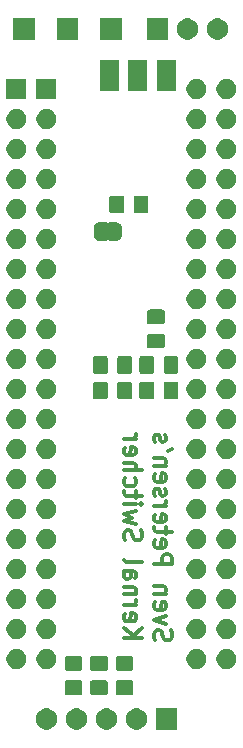
<source format=gbr>
G04 #@! TF.GenerationSoftware,KiCad,Pcbnew,(5.1.5)-3*
G04 #@! TF.CreationDate,2020-06-01T03:43:57-04:00*
G04 #@! TF.ProjectId,6526KernalSwitcher,36353236-4b65-4726-9e61-6c5377697463,rev?*
G04 #@! TF.SameCoordinates,Original*
G04 #@! TF.FileFunction,Soldermask,Bot*
G04 #@! TF.FilePolarity,Negative*
%FSLAX46Y46*%
G04 Gerber Fmt 4.6, Leading zero omitted, Abs format (unit mm)*
G04 Created by KiCad (PCBNEW (5.1.5)-3) date 2020-06-01 03:43:57*
%MOMM*%
%LPD*%
G04 APERTURE LIST*
%ADD10C,0.300000*%
%ADD11C,0.100000*%
G04 APERTURE END LIST*
D10*
X110776857Y-97487285D02*
X110705428Y-97273000D01*
X110705428Y-96915857D01*
X110776857Y-96773000D01*
X110848285Y-96701571D01*
X110991142Y-96630142D01*
X111134000Y-96630142D01*
X111276857Y-96701571D01*
X111348285Y-96773000D01*
X111419714Y-96915857D01*
X111491142Y-97201571D01*
X111562571Y-97344428D01*
X111634000Y-97415857D01*
X111776857Y-97487285D01*
X111919714Y-97487285D01*
X112062571Y-97415857D01*
X112134000Y-97344428D01*
X112205428Y-97201571D01*
X112205428Y-96844428D01*
X112134000Y-96630142D01*
X111705428Y-96130142D02*
X110705428Y-95773000D01*
X111705428Y-95415857D01*
X110776857Y-94273000D02*
X110705428Y-94415857D01*
X110705428Y-94701571D01*
X110776857Y-94844428D01*
X110919714Y-94915857D01*
X111491142Y-94915857D01*
X111634000Y-94844428D01*
X111705428Y-94701571D01*
X111705428Y-94415857D01*
X111634000Y-94273000D01*
X111491142Y-94201571D01*
X111348285Y-94201571D01*
X111205428Y-94915857D01*
X111705428Y-93558714D02*
X110705428Y-93558714D01*
X111562571Y-93558714D02*
X111634000Y-93487285D01*
X111705428Y-93344428D01*
X111705428Y-93130142D01*
X111634000Y-92987285D01*
X111491142Y-92915857D01*
X110705428Y-92915857D01*
X110705428Y-91058714D02*
X112205428Y-91058714D01*
X112205428Y-90487285D01*
X112134000Y-90344428D01*
X112062571Y-90273000D01*
X111919714Y-90201571D01*
X111705428Y-90201571D01*
X111562571Y-90273000D01*
X111491142Y-90344428D01*
X111419714Y-90487285D01*
X111419714Y-91058714D01*
X110776857Y-88987285D02*
X110705428Y-89130142D01*
X110705428Y-89415857D01*
X110776857Y-89558714D01*
X110919714Y-89630142D01*
X111491142Y-89630142D01*
X111634000Y-89558714D01*
X111705428Y-89415857D01*
X111705428Y-89130142D01*
X111634000Y-88987285D01*
X111491142Y-88915857D01*
X111348285Y-88915857D01*
X111205428Y-89630142D01*
X111705428Y-88487285D02*
X111705428Y-87915857D01*
X112205428Y-88273000D02*
X110919714Y-88273000D01*
X110776857Y-88201571D01*
X110705428Y-88058714D01*
X110705428Y-87915857D01*
X110776857Y-86844428D02*
X110705428Y-86987285D01*
X110705428Y-87273000D01*
X110776857Y-87415857D01*
X110919714Y-87487285D01*
X111491142Y-87487285D01*
X111634000Y-87415857D01*
X111705428Y-87273000D01*
X111705428Y-86987285D01*
X111634000Y-86844428D01*
X111491142Y-86773000D01*
X111348285Y-86773000D01*
X111205428Y-87487285D01*
X110705428Y-86130142D02*
X111705428Y-86130142D01*
X111419714Y-86130142D02*
X111562571Y-86058714D01*
X111634000Y-85987285D01*
X111705428Y-85844428D01*
X111705428Y-85701571D01*
X110776857Y-85273000D02*
X110705428Y-85130142D01*
X110705428Y-84844428D01*
X110776857Y-84701571D01*
X110919714Y-84630142D01*
X110991142Y-84630142D01*
X111134000Y-84701571D01*
X111205428Y-84844428D01*
X111205428Y-85058714D01*
X111276857Y-85201571D01*
X111419714Y-85273000D01*
X111491142Y-85273000D01*
X111634000Y-85201571D01*
X111705428Y-85058714D01*
X111705428Y-84844428D01*
X111634000Y-84701571D01*
X110776857Y-83415857D02*
X110705428Y-83558714D01*
X110705428Y-83844428D01*
X110776857Y-83987285D01*
X110919714Y-84058714D01*
X111491142Y-84058714D01*
X111634000Y-83987285D01*
X111705428Y-83844428D01*
X111705428Y-83558714D01*
X111634000Y-83415857D01*
X111491142Y-83344428D01*
X111348285Y-83344428D01*
X111205428Y-84058714D01*
X111705428Y-82701571D02*
X110705428Y-82701571D01*
X111562571Y-82701571D02*
X111634000Y-82630142D01*
X111705428Y-82487285D01*
X111705428Y-82273000D01*
X111634000Y-82130142D01*
X111491142Y-82058714D01*
X110705428Y-82058714D01*
X112205428Y-81273000D02*
X111919714Y-81415857D01*
X110776857Y-80701571D02*
X110705428Y-80558714D01*
X110705428Y-80273000D01*
X110776857Y-80130142D01*
X110919714Y-80058714D01*
X110991142Y-80058714D01*
X111134000Y-80130142D01*
X111205428Y-80273000D01*
X111205428Y-80487285D01*
X111276857Y-80630142D01*
X111419714Y-80701571D01*
X111491142Y-80701571D01*
X111634000Y-80630142D01*
X111705428Y-80487285D01*
X111705428Y-80273000D01*
X111634000Y-80130142D01*
X108155428Y-97308714D02*
X109655428Y-97308714D01*
X108155428Y-96451571D02*
X109012571Y-97094428D01*
X109655428Y-96451571D02*
X108798285Y-97308714D01*
X108226857Y-95237285D02*
X108155428Y-95380142D01*
X108155428Y-95665857D01*
X108226857Y-95808714D01*
X108369714Y-95880142D01*
X108941142Y-95880142D01*
X109084000Y-95808714D01*
X109155428Y-95665857D01*
X109155428Y-95380142D01*
X109084000Y-95237285D01*
X108941142Y-95165857D01*
X108798285Y-95165857D01*
X108655428Y-95880142D01*
X108155428Y-94523000D02*
X109155428Y-94523000D01*
X108869714Y-94523000D02*
X109012571Y-94451571D01*
X109084000Y-94380142D01*
X109155428Y-94237285D01*
X109155428Y-94094428D01*
X109155428Y-93594428D02*
X108155428Y-93594428D01*
X109012571Y-93594428D02*
X109084000Y-93523000D01*
X109155428Y-93380142D01*
X109155428Y-93165857D01*
X109084000Y-93023000D01*
X108941142Y-92951571D01*
X108155428Y-92951571D01*
X108155428Y-91594428D02*
X108941142Y-91594428D01*
X109084000Y-91665857D01*
X109155428Y-91808714D01*
X109155428Y-92094428D01*
X109084000Y-92237285D01*
X108226857Y-91594428D02*
X108155428Y-91737285D01*
X108155428Y-92094428D01*
X108226857Y-92237285D01*
X108369714Y-92308714D01*
X108512571Y-92308714D01*
X108655428Y-92237285D01*
X108726857Y-92094428D01*
X108726857Y-91737285D01*
X108798285Y-91594428D01*
X108155428Y-90665857D02*
X108226857Y-90808714D01*
X108369714Y-90880142D01*
X109655428Y-90880142D01*
X108226857Y-89023000D02*
X108155428Y-88808714D01*
X108155428Y-88451571D01*
X108226857Y-88308714D01*
X108298285Y-88237285D01*
X108441142Y-88165857D01*
X108584000Y-88165857D01*
X108726857Y-88237285D01*
X108798285Y-88308714D01*
X108869714Y-88451571D01*
X108941142Y-88737285D01*
X109012571Y-88880142D01*
X109084000Y-88951571D01*
X109226857Y-89023000D01*
X109369714Y-89023000D01*
X109512571Y-88951571D01*
X109584000Y-88880142D01*
X109655428Y-88737285D01*
X109655428Y-88380142D01*
X109584000Y-88165857D01*
X109155428Y-87665857D02*
X108155428Y-87380142D01*
X108869714Y-87094428D01*
X108155428Y-86808714D01*
X109155428Y-86523000D01*
X108155428Y-85951571D02*
X109155428Y-85951571D01*
X109655428Y-85951571D02*
X109584000Y-86023000D01*
X109512571Y-85951571D01*
X109584000Y-85880142D01*
X109655428Y-85951571D01*
X109512571Y-85951571D01*
X109155428Y-85451571D02*
X109155428Y-84880142D01*
X109655428Y-85237285D02*
X108369714Y-85237285D01*
X108226857Y-85165857D01*
X108155428Y-85023000D01*
X108155428Y-84880142D01*
X108226857Y-83737285D02*
X108155428Y-83880142D01*
X108155428Y-84165857D01*
X108226857Y-84308714D01*
X108298285Y-84380142D01*
X108441142Y-84451571D01*
X108869714Y-84451571D01*
X109012571Y-84380142D01*
X109084000Y-84308714D01*
X109155428Y-84165857D01*
X109155428Y-83880142D01*
X109084000Y-83737285D01*
X108155428Y-83094428D02*
X109655428Y-83094428D01*
X108155428Y-82451571D02*
X108941142Y-82451571D01*
X109084000Y-82523000D01*
X109155428Y-82665857D01*
X109155428Y-82880142D01*
X109084000Y-83023000D01*
X109012571Y-83094428D01*
X108226857Y-81165857D02*
X108155428Y-81308714D01*
X108155428Y-81594428D01*
X108226857Y-81737285D01*
X108369714Y-81808714D01*
X108941142Y-81808714D01*
X109084000Y-81737285D01*
X109155428Y-81594428D01*
X109155428Y-81308714D01*
X109084000Y-81165857D01*
X108941142Y-81094428D01*
X108798285Y-81094428D01*
X108655428Y-81808714D01*
X108155428Y-80451571D02*
X109155428Y-80451571D01*
X108869714Y-80451571D02*
X109012571Y-80380142D01*
X109084000Y-80308714D01*
X109155428Y-80165857D01*
X109155428Y-80023000D01*
D11*
G36*
X112661000Y-105041000D02*
G01*
X110859000Y-105041000D01*
X110859000Y-103239000D01*
X112661000Y-103239000D01*
X112661000Y-105041000D01*
G37*
G36*
X101713512Y-103243927D02*
G01*
X101862812Y-103273624D01*
X102026784Y-103341544D01*
X102174354Y-103440147D01*
X102299853Y-103565646D01*
X102398456Y-103713216D01*
X102466376Y-103877188D01*
X102501000Y-104051259D01*
X102501000Y-104228741D01*
X102466376Y-104402812D01*
X102398456Y-104566784D01*
X102299853Y-104714354D01*
X102174354Y-104839853D01*
X102026784Y-104938456D01*
X101862812Y-105006376D01*
X101713512Y-105036073D01*
X101688742Y-105041000D01*
X101511258Y-105041000D01*
X101486488Y-105036073D01*
X101337188Y-105006376D01*
X101173216Y-104938456D01*
X101025646Y-104839853D01*
X100900147Y-104714354D01*
X100801544Y-104566784D01*
X100733624Y-104402812D01*
X100699000Y-104228741D01*
X100699000Y-104051259D01*
X100733624Y-103877188D01*
X100801544Y-103713216D01*
X100900147Y-103565646D01*
X101025646Y-103440147D01*
X101173216Y-103341544D01*
X101337188Y-103273624D01*
X101486488Y-103243927D01*
X101511258Y-103239000D01*
X101688742Y-103239000D01*
X101713512Y-103243927D01*
G37*
G36*
X104253512Y-103243927D02*
G01*
X104402812Y-103273624D01*
X104566784Y-103341544D01*
X104714354Y-103440147D01*
X104839853Y-103565646D01*
X104938456Y-103713216D01*
X105006376Y-103877188D01*
X105041000Y-104051259D01*
X105041000Y-104228741D01*
X105006376Y-104402812D01*
X104938456Y-104566784D01*
X104839853Y-104714354D01*
X104714354Y-104839853D01*
X104566784Y-104938456D01*
X104402812Y-105006376D01*
X104253512Y-105036073D01*
X104228742Y-105041000D01*
X104051258Y-105041000D01*
X104026488Y-105036073D01*
X103877188Y-105006376D01*
X103713216Y-104938456D01*
X103565646Y-104839853D01*
X103440147Y-104714354D01*
X103341544Y-104566784D01*
X103273624Y-104402812D01*
X103239000Y-104228741D01*
X103239000Y-104051259D01*
X103273624Y-103877188D01*
X103341544Y-103713216D01*
X103440147Y-103565646D01*
X103565646Y-103440147D01*
X103713216Y-103341544D01*
X103877188Y-103273624D01*
X104026488Y-103243927D01*
X104051258Y-103239000D01*
X104228742Y-103239000D01*
X104253512Y-103243927D01*
G37*
G36*
X109333512Y-103243927D02*
G01*
X109482812Y-103273624D01*
X109646784Y-103341544D01*
X109794354Y-103440147D01*
X109919853Y-103565646D01*
X110018456Y-103713216D01*
X110086376Y-103877188D01*
X110121000Y-104051259D01*
X110121000Y-104228741D01*
X110086376Y-104402812D01*
X110018456Y-104566784D01*
X109919853Y-104714354D01*
X109794354Y-104839853D01*
X109646784Y-104938456D01*
X109482812Y-105006376D01*
X109333512Y-105036073D01*
X109308742Y-105041000D01*
X109131258Y-105041000D01*
X109106488Y-105036073D01*
X108957188Y-105006376D01*
X108793216Y-104938456D01*
X108645646Y-104839853D01*
X108520147Y-104714354D01*
X108421544Y-104566784D01*
X108353624Y-104402812D01*
X108319000Y-104228741D01*
X108319000Y-104051259D01*
X108353624Y-103877188D01*
X108421544Y-103713216D01*
X108520147Y-103565646D01*
X108645646Y-103440147D01*
X108793216Y-103341544D01*
X108957188Y-103273624D01*
X109106488Y-103243927D01*
X109131258Y-103239000D01*
X109308742Y-103239000D01*
X109333512Y-103243927D01*
G37*
G36*
X106793512Y-103243927D02*
G01*
X106942812Y-103273624D01*
X107106784Y-103341544D01*
X107254354Y-103440147D01*
X107379853Y-103565646D01*
X107478456Y-103713216D01*
X107546376Y-103877188D01*
X107581000Y-104051259D01*
X107581000Y-104228741D01*
X107546376Y-104402812D01*
X107478456Y-104566784D01*
X107379853Y-104714354D01*
X107254354Y-104839853D01*
X107106784Y-104938456D01*
X106942812Y-105006376D01*
X106793512Y-105036073D01*
X106768742Y-105041000D01*
X106591258Y-105041000D01*
X106566488Y-105036073D01*
X106417188Y-105006376D01*
X106253216Y-104938456D01*
X106105646Y-104839853D01*
X105980147Y-104714354D01*
X105881544Y-104566784D01*
X105813624Y-104402812D01*
X105779000Y-104228741D01*
X105779000Y-104051259D01*
X105813624Y-103877188D01*
X105881544Y-103713216D01*
X105980147Y-103565646D01*
X106105646Y-103440147D01*
X106253216Y-103341544D01*
X106417188Y-103273624D01*
X106566488Y-103243927D01*
X106591258Y-103239000D01*
X106768742Y-103239000D01*
X106793512Y-103243927D01*
G37*
G36*
X108792674Y-100860465D02*
G01*
X108830367Y-100871899D01*
X108865103Y-100890466D01*
X108895548Y-100915452D01*
X108920534Y-100945897D01*
X108939101Y-100980633D01*
X108950535Y-101018326D01*
X108955000Y-101063661D01*
X108955000Y-101900339D01*
X108950535Y-101945674D01*
X108939101Y-101983367D01*
X108920534Y-102018103D01*
X108895548Y-102048548D01*
X108865103Y-102073534D01*
X108830367Y-102092101D01*
X108792674Y-102103535D01*
X108747339Y-102108000D01*
X107660661Y-102108000D01*
X107615326Y-102103535D01*
X107577633Y-102092101D01*
X107542897Y-102073534D01*
X107512452Y-102048548D01*
X107487466Y-102018103D01*
X107468899Y-101983367D01*
X107457465Y-101945674D01*
X107453000Y-101900339D01*
X107453000Y-101063661D01*
X107457465Y-101018326D01*
X107468899Y-100980633D01*
X107487466Y-100945897D01*
X107512452Y-100915452D01*
X107542897Y-100890466D01*
X107577633Y-100871899D01*
X107615326Y-100860465D01*
X107660661Y-100856000D01*
X108747339Y-100856000D01*
X108792674Y-100860465D01*
G37*
G36*
X104474674Y-100860465D02*
G01*
X104512367Y-100871899D01*
X104547103Y-100890466D01*
X104577548Y-100915452D01*
X104602534Y-100945897D01*
X104621101Y-100980633D01*
X104632535Y-101018326D01*
X104637000Y-101063661D01*
X104637000Y-101900339D01*
X104632535Y-101945674D01*
X104621101Y-101983367D01*
X104602534Y-102018103D01*
X104577548Y-102048548D01*
X104547103Y-102073534D01*
X104512367Y-102092101D01*
X104474674Y-102103535D01*
X104429339Y-102108000D01*
X103342661Y-102108000D01*
X103297326Y-102103535D01*
X103259633Y-102092101D01*
X103224897Y-102073534D01*
X103194452Y-102048548D01*
X103169466Y-102018103D01*
X103150899Y-101983367D01*
X103139465Y-101945674D01*
X103135000Y-101900339D01*
X103135000Y-101063661D01*
X103139465Y-101018326D01*
X103150899Y-100980633D01*
X103169466Y-100945897D01*
X103194452Y-100915452D01*
X103224897Y-100890466D01*
X103259633Y-100871899D01*
X103297326Y-100860465D01*
X103342661Y-100856000D01*
X104429339Y-100856000D01*
X104474674Y-100860465D01*
G37*
G36*
X106633674Y-100860465D02*
G01*
X106671367Y-100871899D01*
X106706103Y-100890466D01*
X106736548Y-100915452D01*
X106761534Y-100945897D01*
X106780101Y-100980633D01*
X106791535Y-101018326D01*
X106796000Y-101063661D01*
X106796000Y-101900339D01*
X106791535Y-101945674D01*
X106780101Y-101983367D01*
X106761534Y-102018103D01*
X106736548Y-102048548D01*
X106706103Y-102073534D01*
X106671367Y-102092101D01*
X106633674Y-102103535D01*
X106588339Y-102108000D01*
X105501661Y-102108000D01*
X105456326Y-102103535D01*
X105418633Y-102092101D01*
X105383897Y-102073534D01*
X105353452Y-102048548D01*
X105328466Y-102018103D01*
X105309899Y-101983367D01*
X105298465Y-101945674D01*
X105294000Y-101900339D01*
X105294000Y-101063661D01*
X105298465Y-101018326D01*
X105309899Y-100980633D01*
X105328466Y-100945897D01*
X105353452Y-100915452D01*
X105383897Y-100890466D01*
X105418633Y-100871899D01*
X105456326Y-100860465D01*
X105501661Y-100856000D01*
X106588339Y-100856000D01*
X106633674Y-100860465D01*
G37*
G36*
X104474674Y-98810465D02*
G01*
X104512367Y-98821899D01*
X104547103Y-98840466D01*
X104577548Y-98865452D01*
X104602534Y-98895897D01*
X104621101Y-98930633D01*
X104632535Y-98968326D01*
X104637000Y-99013661D01*
X104637000Y-99850339D01*
X104632535Y-99895674D01*
X104621101Y-99933367D01*
X104602534Y-99968103D01*
X104577548Y-99998548D01*
X104547103Y-100023534D01*
X104512367Y-100042101D01*
X104474674Y-100053535D01*
X104429339Y-100058000D01*
X103342661Y-100058000D01*
X103297326Y-100053535D01*
X103259633Y-100042101D01*
X103224897Y-100023534D01*
X103194452Y-99998548D01*
X103169466Y-99968103D01*
X103150899Y-99933367D01*
X103139465Y-99895674D01*
X103135000Y-99850339D01*
X103135000Y-99013661D01*
X103139465Y-98968326D01*
X103150899Y-98930633D01*
X103169466Y-98895897D01*
X103194452Y-98865452D01*
X103224897Y-98840466D01*
X103259633Y-98821899D01*
X103297326Y-98810465D01*
X103342661Y-98806000D01*
X104429339Y-98806000D01*
X104474674Y-98810465D01*
G37*
G36*
X106633674Y-98810465D02*
G01*
X106671367Y-98821899D01*
X106706103Y-98840466D01*
X106736548Y-98865452D01*
X106761534Y-98895897D01*
X106780101Y-98930633D01*
X106791535Y-98968326D01*
X106796000Y-99013661D01*
X106796000Y-99850339D01*
X106791535Y-99895674D01*
X106780101Y-99933367D01*
X106761534Y-99968103D01*
X106736548Y-99998548D01*
X106706103Y-100023534D01*
X106671367Y-100042101D01*
X106633674Y-100053535D01*
X106588339Y-100058000D01*
X105501661Y-100058000D01*
X105456326Y-100053535D01*
X105418633Y-100042101D01*
X105383897Y-100023534D01*
X105353452Y-99998548D01*
X105328466Y-99968103D01*
X105309899Y-99933367D01*
X105298465Y-99895674D01*
X105294000Y-99850339D01*
X105294000Y-99013661D01*
X105298465Y-98968326D01*
X105309899Y-98930633D01*
X105328466Y-98895897D01*
X105353452Y-98865452D01*
X105383897Y-98840466D01*
X105418633Y-98821899D01*
X105456326Y-98810465D01*
X105501661Y-98806000D01*
X106588339Y-98806000D01*
X106633674Y-98810465D01*
G37*
G36*
X108792674Y-98810465D02*
G01*
X108830367Y-98821899D01*
X108865103Y-98840466D01*
X108895548Y-98865452D01*
X108920534Y-98895897D01*
X108939101Y-98930633D01*
X108950535Y-98968326D01*
X108955000Y-99013661D01*
X108955000Y-99850339D01*
X108950535Y-99895674D01*
X108939101Y-99933367D01*
X108920534Y-99968103D01*
X108895548Y-99998548D01*
X108865103Y-100023534D01*
X108830367Y-100042101D01*
X108792674Y-100053535D01*
X108747339Y-100058000D01*
X107660661Y-100058000D01*
X107615326Y-100053535D01*
X107577633Y-100042101D01*
X107542897Y-100023534D01*
X107512452Y-99998548D01*
X107487466Y-99968103D01*
X107468899Y-99933367D01*
X107457465Y-99895674D01*
X107453000Y-99850339D01*
X107453000Y-99013661D01*
X107457465Y-98968326D01*
X107468899Y-98930633D01*
X107487466Y-98895897D01*
X107512452Y-98865452D01*
X107542897Y-98840466D01*
X107577633Y-98821899D01*
X107615326Y-98810465D01*
X107660661Y-98806000D01*
X108747339Y-98806000D01*
X108792674Y-98810465D01*
G37*
G36*
X101848228Y-98241703D02*
G01*
X102003100Y-98305853D01*
X102142481Y-98398985D01*
X102261015Y-98517519D01*
X102354147Y-98656900D01*
X102418297Y-98811772D01*
X102451000Y-98976184D01*
X102451000Y-99143816D01*
X102418297Y-99308228D01*
X102354147Y-99463100D01*
X102261015Y-99602481D01*
X102142481Y-99721015D01*
X102003100Y-99814147D01*
X101848228Y-99878297D01*
X101683816Y-99911000D01*
X101516184Y-99911000D01*
X101351772Y-99878297D01*
X101196900Y-99814147D01*
X101057519Y-99721015D01*
X100938985Y-99602481D01*
X100845853Y-99463100D01*
X100781703Y-99308228D01*
X100749000Y-99143816D01*
X100749000Y-98976184D01*
X100781703Y-98811772D01*
X100845853Y-98656900D01*
X100938985Y-98517519D01*
X101057519Y-98398985D01*
X101196900Y-98305853D01*
X101351772Y-98241703D01*
X101516184Y-98209000D01*
X101683816Y-98209000D01*
X101848228Y-98241703D01*
G37*
G36*
X117088228Y-98241703D02*
G01*
X117243100Y-98305853D01*
X117382481Y-98398985D01*
X117501015Y-98517519D01*
X117594147Y-98656900D01*
X117658297Y-98811772D01*
X117691000Y-98976184D01*
X117691000Y-99143816D01*
X117658297Y-99308228D01*
X117594147Y-99463100D01*
X117501015Y-99602481D01*
X117382481Y-99721015D01*
X117243100Y-99814147D01*
X117088228Y-99878297D01*
X116923816Y-99911000D01*
X116756184Y-99911000D01*
X116591772Y-99878297D01*
X116436900Y-99814147D01*
X116297519Y-99721015D01*
X116178985Y-99602481D01*
X116085853Y-99463100D01*
X116021703Y-99308228D01*
X115989000Y-99143816D01*
X115989000Y-98976184D01*
X116021703Y-98811772D01*
X116085853Y-98656900D01*
X116178985Y-98517519D01*
X116297519Y-98398985D01*
X116436900Y-98305853D01*
X116591772Y-98241703D01*
X116756184Y-98209000D01*
X116923816Y-98209000D01*
X117088228Y-98241703D01*
G37*
G36*
X114548228Y-98241703D02*
G01*
X114703100Y-98305853D01*
X114842481Y-98398985D01*
X114961015Y-98517519D01*
X115054147Y-98656900D01*
X115118297Y-98811772D01*
X115151000Y-98976184D01*
X115151000Y-99143816D01*
X115118297Y-99308228D01*
X115054147Y-99463100D01*
X114961015Y-99602481D01*
X114842481Y-99721015D01*
X114703100Y-99814147D01*
X114548228Y-99878297D01*
X114383816Y-99911000D01*
X114216184Y-99911000D01*
X114051772Y-99878297D01*
X113896900Y-99814147D01*
X113757519Y-99721015D01*
X113638985Y-99602481D01*
X113545853Y-99463100D01*
X113481703Y-99308228D01*
X113449000Y-99143816D01*
X113449000Y-98976184D01*
X113481703Y-98811772D01*
X113545853Y-98656900D01*
X113638985Y-98517519D01*
X113757519Y-98398985D01*
X113896900Y-98305853D01*
X114051772Y-98241703D01*
X114216184Y-98209000D01*
X114383816Y-98209000D01*
X114548228Y-98241703D01*
G37*
G36*
X99308228Y-98241703D02*
G01*
X99463100Y-98305853D01*
X99602481Y-98398985D01*
X99721015Y-98517519D01*
X99814147Y-98656900D01*
X99878297Y-98811772D01*
X99911000Y-98976184D01*
X99911000Y-99143816D01*
X99878297Y-99308228D01*
X99814147Y-99463100D01*
X99721015Y-99602481D01*
X99602481Y-99721015D01*
X99463100Y-99814147D01*
X99308228Y-99878297D01*
X99143816Y-99911000D01*
X98976184Y-99911000D01*
X98811772Y-99878297D01*
X98656900Y-99814147D01*
X98517519Y-99721015D01*
X98398985Y-99602481D01*
X98305853Y-99463100D01*
X98241703Y-99308228D01*
X98209000Y-99143816D01*
X98209000Y-98976184D01*
X98241703Y-98811772D01*
X98305853Y-98656900D01*
X98398985Y-98517519D01*
X98517519Y-98398985D01*
X98656900Y-98305853D01*
X98811772Y-98241703D01*
X98976184Y-98209000D01*
X99143816Y-98209000D01*
X99308228Y-98241703D01*
G37*
G36*
X99308228Y-95701703D02*
G01*
X99463100Y-95765853D01*
X99602481Y-95858985D01*
X99721015Y-95977519D01*
X99814147Y-96116900D01*
X99878297Y-96271772D01*
X99911000Y-96436184D01*
X99911000Y-96603816D01*
X99878297Y-96768228D01*
X99814147Y-96923100D01*
X99721015Y-97062481D01*
X99602481Y-97181015D01*
X99463100Y-97274147D01*
X99308228Y-97338297D01*
X99143816Y-97371000D01*
X98976184Y-97371000D01*
X98811772Y-97338297D01*
X98656900Y-97274147D01*
X98517519Y-97181015D01*
X98398985Y-97062481D01*
X98305853Y-96923100D01*
X98241703Y-96768228D01*
X98209000Y-96603816D01*
X98209000Y-96436184D01*
X98241703Y-96271772D01*
X98305853Y-96116900D01*
X98398985Y-95977519D01*
X98517519Y-95858985D01*
X98656900Y-95765853D01*
X98811772Y-95701703D01*
X98976184Y-95669000D01*
X99143816Y-95669000D01*
X99308228Y-95701703D01*
G37*
G36*
X101848228Y-95701703D02*
G01*
X102003100Y-95765853D01*
X102142481Y-95858985D01*
X102261015Y-95977519D01*
X102354147Y-96116900D01*
X102418297Y-96271772D01*
X102451000Y-96436184D01*
X102451000Y-96603816D01*
X102418297Y-96768228D01*
X102354147Y-96923100D01*
X102261015Y-97062481D01*
X102142481Y-97181015D01*
X102003100Y-97274147D01*
X101848228Y-97338297D01*
X101683816Y-97371000D01*
X101516184Y-97371000D01*
X101351772Y-97338297D01*
X101196900Y-97274147D01*
X101057519Y-97181015D01*
X100938985Y-97062481D01*
X100845853Y-96923100D01*
X100781703Y-96768228D01*
X100749000Y-96603816D01*
X100749000Y-96436184D01*
X100781703Y-96271772D01*
X100845853Y-96116900D01*
X100938985Y-95977519D01*
X101057519Y-95858985D01*
X101196900Y-95765853D01*
X101351772Y-95701703D01*
X101516184Y-95669000D01*
X101683816Y-95669000D01*
X101848228Y-95701703D01*
G37*
G36*
X114548228Y-95701703D02*
G01*
X114703100Y-95765853D01*
X114842481Y-95858985D01*
X114961015Y-95977519D01*
X115054147Y-96116900D01*
X115118297Y-96271772D01*
X115151000Y-96436184D01*
X115151000Y-96603816D01*
X115118297Y-96768228D01*
X115054147Y-96923100D01*
X114961015Y-97062481D01*
X114842481Y-97181015D01*
X114703100Y-97274147D01*
X114548228Y-97338297D01*
X114383816Y-97371000D01*
X114216184Y-97371000D01*
X114051772Y-97338297D01*
X113896900Y-97274147D01*
X113757519Y-97181015D01*
X113638985Y-97062481D01*
X113545853Y-96923100D01*
X113481703Y-96768228D01*
X113449000Y-96603816D01*
X113449000Y-96436184D01*
X113481703Y-96271772D01*
X113545853Y-96116900D01*
X113638985Y-95977519D01*
X113757519Y-95858985D01*
X113896900Y-95765853D01*
X114051772Y-95701703D01*
X114216184Y-95669000D01*
X114383816Y-95669000D01*
X114548228Y-95701703D01*
G37*
G36*
X117088228Y-95701703D02*
G01*
X117243100Y-95765853D01*
X117382481Y-95858985D01*
X117501015Y-95977519D01*
X117594147Y-96116900D01*
X117658297Y-96271772D01*
X117691000Y-96436184D01*
X117691000Y-96603816D01*
X117658297Y-96768228D01*
X117594147Y-96923100D01*
X117501015Y-97062481D01*
X117382481Y-97181015D01*
X117243100Y-97274147D01*
X117088228Y-97338297D01*
X116923816Y-97371000D01*
X116756184Y-97371000D01*
X116591772Y-97338297D01*
X116436900Y-97274147D01*
X116297519Y-97181015D01*
X116178985Y-97062481D01*
X116085853Y-96923100D01*
X116021703Y-96768228D01*
X115989000Y-96603816D01*
X115989000Y-96436184D01*
X116021703Y-96271772D01*
X116085853Y-96116900D01*
X116178985Y-95977519D01*
X116297519Y-95858985D01*
X116436900Y-95765853D01*
X116591772Y-95701703D01*
X116756184Y-95669000D01*
X116923816Y-95669000D01*
X117088228Y-95701703D01*
G37*
G36*
X117088228Y-93161703D02*
G01*
X117243100Y-93225853D01*
X117382481Y-93318985D01*
X117501015Y-93437519D01*
X117594147Y-93576900D01*
X117658297Y-93731772D01*
X117691000Y-93896184D01*
X117691000Y-94063816D01*
X117658297Y-94228228D01*
X117594147Y-94383100D01*
X117501015Y-94522481D01*
X117382481Y-94641015D01*
X117243100Y-94734147D01*
X117088228Y-94798297D01*
X116923816Y-94831000D01*
X116756184Y-94831000D01*
X116591772Y-94798297D01*
X116436900Y-94734147D01*
X116297519Y-94641015D01*
X116178985Y-94522481D01*
X116085853Y-94383100D01*
X116021703Y-94228228D01*
X115989000Y-94063816D01*
X115989000Y-93896184D01*
X116021703Y-93731772D01*
X116085853Y-93576900D01*
X116178985Y-93437519D01*
X116297519Y-93318985D01*
X116436900Y-93225853D01*
X116591772Y-93161703D01*
X116756184Y-93129000D01*
X116923816Y-93129000D01*
X117088228Y-93161703D01*
G37*
G36*
X99308228Y-93161703D02*
G01*
X99463100Y-93225853D01*
X99602481Y-93318985D01*
X99721015Y-93437519D01*
X99814147Y-93576900D01*
X99878297Y-93731772D01*
X99911000Y-93896184D01*
X99911000Y-94063816D01*
X99878297Y-94228228D01*
X99814147Y-94383100D01*
X99721015Y-94522481D01*
X99602481Y-94641015D01*
X99463100Y-94734147D01*
X99308228Y-94798297D01*
X99143816Y-94831000D01*
X98976184Y-94831000D01*
X98811772Y-94798297D01*
X98656900Y-94734147D01*
X98517519Y-94641015D01*
X98398985Y-94522481D01*
X98305853Y-94383100D01*
X98241703Y-94228228D01*
X98209000Y-94063816D01*
X98209000Y-93896184D01*
X98241703Y-93731772D01*
X98305853Y-93576900D01*
X98398985Y-93437519D01*
X98517519Y-93318985D01*
X98656900Y-93225853D01*
X98811772Y-93161703D01*
X98976184Y-93129000D01*
X99143816Y-93129000D01*
X99308228Y-93161703D01*
G37*
G36*
X114548228Y-93161703D02*
G01*
X114703100Y-93225853D01*
X114842481Y-93318985D01*
X114961015Y-93437519D01*
X115054147Y-93576900D01*
X115118297Y-93731772D01*
X115151000Y-93896184D01*
X115151000Y-94063816D01*
X115118297Y-94228228D01*
X115054147Y-94383100D01*
X114961015Y-94522481D01*
X114842481Y-94641015D01*
X114703100Y-94734147D01*
X114548228Y-94798297D01*
X114383816Y-94831000D01*
X114216184Y-94831000D01*
X114051772Y-94798297D01*
X113896900Y-94734147D01*
X113757519Y-94641015D01*
X113638985Y-94522481D01*
X113545853Y-94383100D01*
X113481703Y-94228228D01*
X113449000Y-94063816D01*
X113449000Y-93896184D01*
X113481703Y-93731772D01*
X113545853Y-93576900D01*
X113638985Y-93437519D01*
X113757519Y-93318985D01*
X113896900Y-93225853D01*
X114051772Y-93161703D01*
X114216184Y-93129000D01*
X114383816Y-93129000D01*
X114548228Y-93161703D01*
G37*
G36*
X101848228Y-93161703D02*
G01*
X102003100Y-93225853D01*
X102142481Y-93318985D01*
X102261015Y-93437519D01*
X102354147Y-93576900D01*
X102418297Y-93731772D01*
X102451000Y-93896184D01*
X102451000Y-94063816D01*
X102418297Y-94228228D01*
X102354147Y-94383100D01*
X102261015Y-94522481D01*
X102142481Y-94641015D01*
X102003100Y-94734147D01*
X101848228Y-94798297D01*
X101683816Y-94831000D01*
X101516184Y-94831000D01*
X101351772Y-94798297D01*
X101196900Y-94734147D01*
X101057519Y-94641015D01*
X100938985Y-94522481D01*
X100845853Y-94383100D01*
X100781703Y-94228228D01*
X100749000Y-94063816D01*
X100749000Y-93896184D01*
X100781703Y-93731772D01*
X100845853Y-93576900D01*
X100938985Y-93437519D01*
X101057519Y-93318985D01*
X101196900Y-93225853D01*
X101351772Y-93161703D01*
X101516184Y-93129000D01*
X101683816Y-93129000D01*
X101848228Y-93161703D01*
G37*
G36*
X117088228Y-90621703D02*
G01*
X117243100Y-90685853D01*
X117382481Y-90778985D01*
X117501015Y-90897519D01*
X117594147Y-91036900D01*
X117658297Y-91191772D01*
X117691000Y-91356184D01*
X117691000Y-91523816D01*
X117658297Y-91688228D01*
X117594147Y-91843100D01*
X117501015Y-91982481D01*
X117382481Y-92101015D01*
X117243100Y-92194147D01*
X117088228Y-92258297D01*
X116923816Y-92291000D01*
X116756184Y-92291000D01*
X116591772Y-92258297D01*
X116436900Y-92194147D01*
X116297519Y-92101015D01*
X116178985Y-91982481D01*
X116085853Y-91843100D01*
X116021703Y-91688228D01*
X115989000Y-91523816D01*
X115989000Y-91356184D01*
X116021703Y-91191772D01*
X116085853Y-91036900D01*
X116178985Y-90897519D01*
X116297519Y-90778985D01*
X116436900Y-90685853D01*
X116591772Y-90621703D01*
X116756184Y-90589000D01*
X116923816Y-90589000D01*
X117088228Y-90621703D01*
G37*
G36*
X114548228Y-90621703D02*
G01*
X114703100Y-90685853D01*
X114842481Y-90778985D01*
X114961015Y-90897519D01*
X115054147Y-91036900D01*
X115118297Y-91191772D01*
X115151000Y-91356184D01*
X115151000Y-91523816D01*
X115118297Y-91688228D01*
X115054147Y-91843100D01*
X114961015Y-91982481D01*
X114842481Y-92101015D01*
X114703100Y-92194147D01*
X114548228Y-92258297D01*
X114383816Y-92291000D01*
X114216184Y-92291000D01*
X114051772Y-92258297D01*
X113896900Y-92194147D01*
X113757519Y-92101015D01*
X113638985Y-91982481D01*
X113545853Y-91843100D01*
X113481703Y-91688228D01*
X113449000Y-91523816D01*
X113449000Y-91356184D01*
X113481703Y-91191772D01*
X113545853Y-91036900D01*
X113638985Y-90897519D01*
X113757519Y-90778985D01*
X113896900Y-90685853D01*
X114051772Y-90621703D01*
X114216184Y-90589000D01*
X114383816Y-90589000D01*
X114548228Y-90621703D01*
G37*
G36*
X99308228Y-90621703D02*
G01*
X99463100Y-90685853D01*
X99602481Y-90778985D01*
X99721015Y-90897519D01*
X99814147Y-91036900D01*
X99878297Y-91191772D01*
X99911000Y-91356184D01*
X99911000Y-91523816D01*
X99878297Y-91688228D01*
X99814147Y-91843100D01*
X99721015Y-91982481D01*
X99602481Y-92101015D01*
X99463100Y-92194147D01*
X99308228Y-92258297D01*
X99143816Y-92291000D01*
X98976184Y-92291000D01*
X98811772Y-92258297D01*
X98656900Y-92194147D01*
X98517519Y-92101015D01*
X98398985Y-91982481D01*
X98305853Y-91843100D01*
X98241703Y-91688228D01*
X98209000Y-91523816D01*
X98209000Y-91356184D01*
X98241703Y-91191772D01*
X98305853Y-91036900D01*
X98398985Y-90897519D01*
X98517519Y-90778985D01*
X98656900Y-90685853D01*
X98811772Y-90621703D01*
X98976184Y-90589000D01*
X99143816Y-90589000D01*
X99308228Y-90621703D01*
G37*
G36*
X101848228Y-90621703D02*
G01*
X102003100Y-90685853D01*
X102142481Y-90778985D01*
X102261015Y-90897519D01*
X102354147Y-91036900D01*
X102418297Y-91191772D01*
X102451000Y-91356184D01*
X102451000Y-91523816D01*
X102418297Y-91688228D01*
X102354147Y-91843100D01*
X102261015Y-91982481D01*
X102142481Y-92101015D01*
X102003100Y-92194147D01*
X101848228Y-92258297D01*
X101683816Y-92291000D01*
X101516184Y-92291000D01*
X101351772Y-92258297D01*
X101196900Y-92194147D01*
X101057519Y-92101015D01*
X100938985Y-91982481D01*
X100845853Y-91843100D01*
X100781703Y-91688228D01*
X100749000Y-91523816D01*
X100749000Y-91356184D01*
X100781703Y-91191772D01*
X100845853Y-91036900D01*
X100938985Y-90897519D01*
X101057519Y-90778985D01*
X101196900Y-90685853D01*
X101351772Y-90621703D01*
X101516184Y-90589000D01*
X101683816Y-90589000D01*
X101848228Y-90621703D01*
G37*
G36*
X101848228Y-88081703D02*
G01*
X102003100Y-88145853D01*
X102142481Y-88238985D01*
X102261015Y-88357519D01*
X102354147Y-88496900D01*
X102418297Y-88651772D01*
X102451000Y-88816184D01*
X102451000Y-88983816D01*
X102418297Y-89148228D01*
X102354147Y-89303100D01*
X102261015Y-89442481D01*
X102142481Y-89561015D01*
X102003100Y-89654147D01*
X101848228Y-89718297D01*
X101683816Y-89751000D01*
X101516184Y-89751000D01*
X101351772Y-89718297D01*
X101196900Y-89654147D01*
X101057519Y-89561015D01*
X100938985Y-89442481D01*
X100845853Y-89303100D01*
X100781703Y-89148228D01*
X100749000Y-88983816D01*
X100749000Y-88816184D01*
X100781703Y-88651772D01*
X100845853Y-88496900D01*
X100938985Y-88357519D01*
X101057519Y-88238985D01*
X101196900Y-88145853D01*
X101351772Y-88081703D01*
X101516184Y-88049000D01*
X101683816Y-88049000D01*
X101848228Y-88081703D01*
G37*
G36*
X99308228Y-88081703D02*
G01*
X99463100Y-88145853D01*
X99602481Y-88238985D01*
X99721015Y-88357519D01*
X99814147Y-88496900D01*
X99878297Y-88651772D01*
X99911000Y-88816184D01*
X99911000Y-88983816D01*
X99878297Y-89148228D01*
X99814147Y-89303100D01*
X99721015Y-89442481D01*
X99602481Y-89561015D01*
X99463100Y-89654147D01*
X99308228Y-89718297D01*
X99143816Y-89751000D01*
X98976184Y-89751000D01*
X98811772Y-89718297D01*
X98656900Y-89654147D01*
X98517519Y-89561015D01*
X98398985Y-89442481D01*
X98305853Y-89303100D01*
X98241703Y-89148228D01*
X98209000Y-88983816D01*
X98209000Y-88816184D01*
X98241703Y-88651772D01*
X98305853Y-88496900D01*
X98398985Y-88357519D01*
X98517519Y-88238985D01*
X98656900Y-88145853D01*
X98811772Y-88081703D01*
X98976184Y-88049000D01*
X99143816Y-88049000D01*
X99308228Y-88081703D01*
G37*
G36*
X114548228Y-88081703D02*
G01*
X114703100Y-88145853D01*
X114842481Y-88238985D01*
X114961015Y-88357519D01*
X115054147Y-88496900D01*
X115118297Y-88651772D01*
X115151000Y-88816184D01*
X115151000Y-88983816D01*
X115118297Y-89148228D01*
X115054147Y-89303100D01*
X114961015Y-89442481D01*
X114842481Y-89561015D01*
X114703100Y-89654147D01*
X114548228Y-89718297D01*
X114383816Y-89751000D01*
X114216184Y-89751000D01*
X114051772Y-89718297D01*
X113896900Y-89654147D01*
X113757519Y-89561015D01*
X113638985Y-89442481D01*
X113545853Y-89303100D01*
X113481703Y-89148228D01*
X113449000Y-88983816D01*
X113449000Y-88816184D01*
X113481703Y-88651772D01*
X113545853Y-88496900D01*
X113638985Y-88357519D01*
X113757519Y-88238985D01*
X113896900Y-88145853D01*
X114051772Y-88081703D01*
X114216184Y-88049000D01*
X114383816Y-88049000D01*
X114548228Y-88081703D01*
G37*
G36*
X117088228Y-88081703D02*
G01*
X117243100Y-88145853D01*
X117382481Y-88238985D01*
X117501015Y-88357519D01*
X117594147Y-88496900D01*
X117658297Y-88651772D01*
X117691000Y-88816184D01*
X117691000Y-88983816D01*
X117658297Y-89148228D01*
X117594147Y-89303100D01*
X117501015Y-89442481D01*
X117382481Y-89561015D01*
X117243100Y-89654147D01*
X117088228Y-89718297D01*
X116923816Y-89751000D01*
X116756184Y-89751000D01*
X116591772Y-89718297D01*
X116436900Y-89654147D01*
X116297519Y-89561015D01*
X116178985Y-89442481D01*
X116085853Y-89303100D01*
X116021703Y-89148228D01*
X115989000Y-88983816D01*
X115989000Y-88816184D01*
X116021703Y-88651772D01*
X116085853Y-88496900D01*
X116178985Y-88357519D01*
X116297519Y-88238985D01*
X116436900Y-88145853D01*
X116591772Y-88081703D01*
X116756184Y-88049000D01*
X116923816Y-88049000D01*
X117088228Y-88081703D01*
G37*
G36*
X117088228Y-85541703D02*
G01*
X117243100Y-85605853D01*
X117382481Y-85698985D01*
X117501015Y-85817519D01*
X117594147Y-85956900D01*
X117658297Y-86111772D01*
X117691000Y-86276184D01*
X117691000Y-86443816D01*
X117658297Y-86608228D01*
X117594147Y-86763100D01*
X117501015Y-86902481D01*
X117382481Y-87021015D01*
X117243100Y-87114147D01*
X117088228Y-87178297D01*
X116923816Y-87211000D01*
X116756184Y-87211000D01*
X116591772Y-87178297D01*
X116436900Y-87114147D01*
X116297519Y-87021015D01*
X116178985Y-86902481D01*
X116085853Y-86763100D01*
X116021703Y-86608228D01*
X115989000Y-86443816D01*
X115989000Y-86276184D01*
X116021703Y-86111772D01*
X116085853Y-85956900D01*
X116178985Y-85817519D01*
X116297519Y-85698985D01*
X116436900Y-85605853D01*
X116591772Y-85541703D01*
X116756184Y-85509000D01*
X116923816Y-85509000D01*
X117088228Y-85541703D01*
G37*
G36*
X114548228Y-85541703D02*
G01*
X114703100Y-85605853D01*
X114842481Y-85698985D01*
X114961015Y-85817519D01*
X115054147Y-85956900D01*
X115118297Y-86111772D01*
X115151000Y-86276184D01*
X115151000Y-86443816D01*
X115118297Y-86608228D01*
X115054147Y-86763100D01*
X114961015Y-86902481D01*
X114842481Y-87021015D01*
X114703100Y-87114147D01*
X114548228Y-87178297D01*
X114383816Y-87211000D01*
X114216184Y-87211000D01*
X114051772Y-87178297D01*
X113896900Y-87114147D01*
X113757519Y-87021015D01*
X113638985Y-86902481D01*
X113545853Y-86763100D01*
X113481703Y-86608228D01*
X113449000Y-86443816D01*
X113449000Y-86276184D01*
X113481703Y-86111772D01*
X113545853Y-85956900D01*
X113638985Y-85817519D01*
X113757519Y-85698985D01*
X113896900Y-85605853D01*
X114051772Y-85541703D01*
X114216184Y-85509000D01*
X114383816Y-85509000D01*
X114548228Y-85541703D01*
G37*
G36*
X101848228Y-85541703D02*
G01*
X102003100Y-85605853D01*
X102142481Y-85698985D01*
X102261015Y-85817519D01*
X102354147Y-85956900D01*
X102418297Y-86111772D01*
X102451000Y-86276184D01*
X102451000Y-86443816D01*
X102418297Y-86608228D01*
X102354147Y-86763100D01*
X102261015Y-86902481D01*
X102142481Y-87021015D01*
X102003100Y-87114147D01*
X101848228Y-87178297D01*
X101683816Y-87211000D01*
X101516184Y-87211000D01*
X101351772Y-87178297D01*
X101196900Y-87114147D01*
X101057519Y-87021015D01*
X100938985Y-86902481D01*
X100845853Y-86763100D01*
X100781703Y-86608228D01*
X100749000Y-86443816D01*
X100749000Y-86276184D01*
X100781703Y-86111772D01*
X100845853Y-85956900D01*
X100938985Y-85817519D01*
X101057519Y-85698985D01*
X101196900Y-85605853D01*
X101351772Y-85541703D01*
X101516184Y-85509000D01*
X101683816Y-85509000D01*
X101848228Y-85541703D01*
G37*
G36*
X99308228Y-85541703D02*
G01*
X99463100Y-85605853D01*
X99602481Y-85698985D01*
X99721015Y-85817519D01*
X99814147Y-85956900D01*
X99878297Y-86111772D01*
X99911000Y-86276184D01*
X99911000Y-86443816D01*
X99878297Y-86608228D01*
X99814147Y-86763100D01*
X99721015Y-86902481D01*
X99602481Y-87021015D01*
X99463100Y-87114147D01*
X99308228Y-87178297D01*
X99143816Y-87211000D01*
X98976184Y-87211000D01*
X98811772Y-87178297D01*
X98656900Y-87114147D01*
X98517519Y-87021015D01*
X98398985Y-86902481D01*
X98305853Y-86763100D01*
X98241703Y-86608228D01*
X98209000Y-86443816D01*
X98209000Y-86276184D01*
X98241703Y-86111772D01*
X98305853Y-85956900D01*
X98398985Y-85817519D01*
X98517519Y-85698985D01*
X98656900Y-85605853D01*
X98811772Y-85541703D01*
X98976184Y-85509000D01*
X99143816Y-85509000D01*
X99308228Y-85541703D01*
G37*
G36*
X99308228Y-83001703D02*
G01*
X99463100Y-83065853D01*
X99602481Y-83158985D01*
X99721015Y-83277519D01*
X99814147Y-83416900D01*
X99878297Y-83571772D01*
X99911000Y-83736184D01*
X99911000Y-83903816D01*
X99878297Y-84068228D01*
X99814147Y-84223100D01*
X99721015Y-84362481D01*
X99602481Y-84481015D01*
X99463100Y-84574147D01*
X99308228Y-84638297D01*
X99143816Y-84671000D01*
X98976184Y-84671000D01*
X98811772Y-84638297D01*
X98656900Y-84574147D01*
X98517519Y-84481015D01*
X98398985Y-84362481D01*
X98305853Y-84223100D01*
X98241703Y-84068228D01*
X98209000Y-83903816D01*
X98209000Y-83736184D01*
X98241703Y-83571772D01*
X98305853Y-83416900D01*
X98398985Y-83277519D01*
X98517519Y-83158985D01*
X98656900Y-83065853D01*
X98811772Y-83001703D01*
X98976184Y-82969000D01*
X99143816Y-82969000D01*
X99308228Y-83001703D01*
G37*
G36*
X114548228Y-83001703D02*
G01*
X114703100Y-83065853D01*
X114842481Y-83158985D01*
X114961015Y-83277519D01*
X115054147Y-83416900D01*
X115118297Y-83571772D01*
X115151000Y-83736184D01*
X115151000Y-83903816D01*
X115118297Y-84068228D01*
X115054147Y-84223100D01*
X114961015Y-84362481D01*
X114842481Y-84481015D01*
X114703100Y-84574147D01*
X114548228Y-84638297D01*
X114383816Y-84671000D01*
X114216184Y-84671000D01*
X114051772Y-84638297D01*
X113896900Y-84574147D01*
X113757519Y-84481015D01*
X113638985Y-84362481D01*
X113545853Y-84223100D01*
X113481703Y-84068228D01*
X113449000Y-83903816D01*
X113449000Y-83736184D01*
X113481703Y-83571772D01*
X113545853Y-83416900D01*
X113638985Y-83277519D01*
X113757519Y-83158985D01*
X113896900Y-83065853D01*
X114051772Y-83001703D01*
X114216184Y-82969000D01*
X114383816Y-82969000D01*
X114548228Y-83001703D01*
G37*
G36*
X117088228Y-83001703D02*
G01*
X117243100Y-83065853D01*
X117382481Y-83158985D01*
X117501015Y-83277519D01*
X117594147Y-83416900D01*
X117658297Y-83571772D01*
X117691000Y-83736184D01*
X117691000Y-83903816D01*
X117658297Y-84068228D01*
X117594147Y-84223100D01*
X117501015Y-84362481D01*
X117382481Y-84481015D01*
X117243100Y-84574147D01*
X117088228Y-84638297D01*
X116923816Y-84671000D01*
X116756184Y-84671000D01*
X116591772Y-84638297D01*
X116436900Y-84574147D01*
X116297519Y-84481015D01*
X116178985Y-84362481D01*
X116085853Y-84223100D01*
X116021703Y-84068228D01*
X115989000Y-83903816D01*
X115989000Y-83736184D01*
X116021703Y-83571772D01*
X116085853Y-83416900D01*
X116178985Y-83277519D01*
X116297519Y-83158985D01*
X116436900Y-83065853D01*
X116591772Y-83001703D01*
X116756184Y-82969000D01*
X116923816Y-82969000D01*
X117088228Y-83001703D01*
G37*
G36*
X101848228Y-83001703D02*
G01*
X102003100Y-83065853D01*
X102142481Y-83158985D01*
X102261015Y-83277519D01*
X102354147Y-83416900D01*
X102418297Y-83571772D01*
X102451000Y-83736184D01*
X102451000Y-83903816D01*
X102418297Y-84068228D01*
X102354147Y-84223100D01*
X102261015Y-84362481D01*
X102142481Y-84481015D01*
X102003100Y-84574147D01*
X101848228Y-84638297D01*
X101683816Y-84671000D01*
X101516184Y-84671000D01*
X101351772Y-84638297D01*
X101196900Y-84574147D01*
X101057519Y-84481015D01*
X100938985Y-84362481D01*
X100845853Y-84223100D01*
X100781703Y-84068228D01*
X100749000Y-83903816D01*
X100749000Y-83736184D01*
X100781703Y-83571772D01*
X100845853Y-83416900D01*
X100938985Y-83277519D01*
X101057519Y-83158985D01*
X101196900Y-83065853D01*
X101351772Y-83001703D01*
X101516184Y-82969000D01*
X101683816Y-82969000D01*
X101848228Y-83001703D01*
G37*
G36*
X101848228Y-80461703D02*
G01*
X102003100Y-80525853D01*
X102142481Y-80618985D01*
X102261015Y-80737519D01*
X102354147Y-80876900D01*
X102418297Y-81031772D01*
X102451000Y-81196184D01*
X102451000Y-81363816D01*
X102418297Y-81528228D01*
X102354147Y-81683100D01*
X102261015Y-81822481D01*
X102142481Y-81941015D01*
X102003100Y-82034147D01*
X101848228Y-82098297D01*
X101683816Y-82131000D01*
X101516184Y-82131000D01*
X101351772Y-82098297D01*
X101196900Y-82034147D01*
X101057519Y-81941015D01*
X100938985Y-81822481D01*
X100845853Y-81683100D01*
X100781703Y-81528228D01*
X100749000Y-81363816D01*
X100749000Y-81196184D01*
X100781703Y-81031772D01*
X100845853Y-80876900D01*
X100938985Y-80737519D01*
X101057519Y-80618985D01*
X101196900Y-80525853D01*
X101351772Y-80461703D01*
X101516184Y-80429000D01*
X101683816Y-80429000D01*
X101848228Y-80461703D01*
G37*
G36*
X99308228Y-80461703D02*
G01*
X99463100Y-80525853D01*
X99602481Y-80618985D01*
X99721015Y-80737519D01*
X99814147Y-80876900D01*
X99878297Y-81031772D01*
X99911000Y-81196184D01*
X99911000Y-81363816D01*
X99878297Y-81528228D01*
X99814147Y-81683100D01*
X99721015Y-81822481D01*
X99602481Y-81941015D01*
X99463100Y-82034147D01*
X99308228Y-82098297D01*
X99143816Y-82131000D01*
X98976184Y-82131000D01*
X98811772Y-82098297D01*
X98656900Y-82034147D01*
X98517519Y-81941015D01*
X98398985Y-81822481D01*
X98305853Y-81683100D01*
X98241703Y-81528228D01*
X98209000Y-81363816D01*
X98209000Y-81196184D01*
X98241703Y-81031772D01*
X98305853Y-80876900D01*
X98398985Y-80737519D01*
X98517519Y-80618985D01*
X98656900Y-80525853D01*
X98811772Y-80461703D01*
X98976184Y-80429000D01*
X99143816Y-80429000D01*
X99308228Y-80461703D01*
G37*
G36*
X114548228Y-80461703D02*
G01*
X114703100Y-80525853D01*
X114842481Y-80618985D01*
X114961015Y-80737519D01*
X115054147Y-80876900D01*
X115118297Y-81031772D01*
X115151000Y-81196184D01*
X115151000Y-81363816D01*
X115118297Y-81528228D01*
X115054147Y-81683100D01*
X114961015Y-81822481D01*
X114842481Y-81941015D01*
X114703100Y-82034147D01*
X114548228Y-82098297D01*
X114383816Y-82131000D01*
X114216184Y-82131000D01*
X114051772Y-82098297D01*
X113896900Y-82034147D01*
X113757519Y-81941015D01*
X113638985Y-81822481D01*
X113545853Y-81683100D01*
X113481703Y-81528228D01*
X113449000Y-81363816D01*
X113449000Y-81196184D01*
X113481703Y-81031772D01*
X113545853Y-80876900D01*
X113638985Y-80737519D01*
X113757519Y-80618985D01*
X113896900Y-80525853D01*
X114051772Y-80461703D01*
X114216184Y-80429000D01*
X114383816Y-80429000D01*
X114548228Y-80461703D01*
G37*
G36*
X117088228Y-80461703D02*
G01*
X117243100Y-80525853D01*
X117382481Y-80618985D01*
X117501015Y-80737519D01*
X117594147Y-80876900D01*
X117658297Y-81031772D01*
X117691000Y-81196184D01*
X117691000Y-81363816D01*
X117658297Y-81528228D01*
X117594147Y-81683100D01*
X117501015Y-81822481D01*
X117382481Y-81941015D01*
X117243100Y-82034147D01*
X117088228Y-82098297D01*
X116923816Y-82131000D01*
X116756184Y-82131000D01*
X116591772Y-82098297D01*
X116436900Y-82034147D01*
X116297519Y-81941015D01*
X116178985Y-81822481D01*
X116085853Y-81683100D01*
X116021703Y-81528228D01*
X115989000Y-81363816D01*
X115989000Y-81196184D01*
X116021703Y-81031772D01*
X116085853Y-80876900D01*
X116178985Y-80737519D01*
X116297519Y-80618985D01*
X116436900Y-80525853D01*
X116591772Y-80461703D01*
X116756184Y-80429000D01*
X116923816Y-80429000D01*
X117088228Y-80461703D01*
G37*
G36*
X101848228Y-77921703D02*
G01*
X102003100Y-77985853D01*
X102142481Y-78078985D01*
X102261015Y-78197519D01*
X102354147Y-78336900D01*
X102418297Y-78491772D01*
X102451000Y-78656184D01*
X102451000Y-78823816D01*
X102418297Y-78988228D01*
X102354147Y-79143100D01*
X102261015Y-79282481D01*
X102142481Y-79401015D01*
X102003100Y-79494147D01*
X101848228Y-79558297D01*
X101683816Y-79591000D01*
X101516184Y-79591000D01*
X101351772Y-79558297D01*
X101196900Y-79494147D01*
X101057519Y-79401015D01*
X100938985Y-79282481D01*
X100845853Y-79143100D01*
X100781703Y-78988228D01*
X100749000Y-78823816D01*
X100749000Y-78656184D01*
X100781703Y-78491772D01*
X100845853Y-78336900D01*
X100938985Y-78197519D01*
X101057519Y-78078985D01*
X101196900Y-77985853D01*
X101351772Y-77921703D01*
X101516184Y-77889000D01*
X101683816Y-77889000D01*
X101848228Y-77921703D01*
G37*
G36*
X99308228Y-77921703D02*
G01*
X99463100Y-77985853D01*
X99602481Y-78078985D01*
X99721015Y-78197519D01*
X99814147Y-78336900D01*
X99878297Y-78491772D01*
X99911000Y-78656184D01*
X99911000Y-78823816D01*
X99878297Y-78988228D01*
X99814147Y-79143100D01*
X99721015Y-79282481D01*
X99602481Y-79401015D01*
X99463100Y-79494147D01*
X99308228Y-79558297D01*
X99143816Y-79591000D01*
X98976184Y-79591000D01*
X98811772Y-79558297D01*
X98656900Y-79494147D01*
X98517519Y-79401015D01*
X98398985Y-79282481D01*
X98305853Y-79143100D01*
X98241703Y-78988228D01*
X98209000Y-78823816D01*
X98209000Y-78656184D01*
X98241703Y-78491772D01*
X98305853Y-78336900D01*
X98398985Y-78197519D01*
X98517519Y-78078985D01*
X98656900Y-77985853D01*
X98811772Y-77921703D01*
X98976184Y-77889000D01*
X99143816Y-77889000D01*
X99308228Y-77921703D01*
G37*
G36*
X114548228Y-77921703D02*
G01*
X114703100Y-77985853D01*
X114842481Y-78078985D01*
X114961015Y-78197519D01*
X115054147Y-78336900D01*
X115118297Y-78491772D01*
X115151000Y-78656184D01*
X115151000Y-78823816D01*
X115118297Y-78988228D01*
X115054147Y-79143100D01*
X114961015Y-79282481D01*
X114842481Y-79401015D01*
X114703100Y-79494147D01*
X114548228Y-79558297D01*
X114383816Y-79591000D01*
X114216184Y-79591000D01*
X114051772Y-79558297D01*
X113896900Y-79494147D01*
X113757519Y-79401015D01*
X113638985Y-79282481D01*
X113545853Y-79143100D01*
X113481703Y-78988228D01*
X113449000Y-78823816D01*
X113449000Y-78656184D01*
X113481703Y-78491772D01*
X113545853Y-78336900D01*
X113638985Y-78197519D01*
X113757519Y-78078985D01*
X113896900Y-77985853D01*
X114051772Y-77921703D01*
X114216184Y-77889000D01*
X114383816Y-77889000D01*
X114548228Y-77921703D01*
G37*
G36*
X117088228Y-77921703D02*
G01*
X117243100Y-77985853D01*
X117382481Y-78078985D01*
X117501015Y-78197519D01*
X117594147Y-78336900D01*
X117658297Y-78491772D01*
X117691000Y-78656184D01*
X117691000Y-78823816D01*
X117658297Y-78988228D01*
X117594147Y-79143100D01*
X117501015Y-79282481D01*
X117382481Y-79401015D01*
X117243100Y-79494147D01*
X117088228Y-79558297D01*
X116923816Y-79591000D01*
X116756184Y-79591000D01*
X116591772Y-79558297D01*
X116436900Y-79494147D01*
X116297519Y-79401015D01*
X116178985Y-79282481D01*
X116085853Y-79143100D01*
X116021703Y-78988228D01*
X115989000Y-78823816D01*
X115989000Y-78656184D01*
X116021703Y-78491772D01*
X116085853Y-78336900D01*
X116178985Y-78197519D01*
X116297519Y-78078985D01*
X116436900Y-77985853D01*
X116591772Y-77921703D01*
X116756184Y-77889000D01*
X116923816Y-77889000D01*
X117088228Y-77921703D01*
G37*
G36*
X110563674Y-75580465D02*
G01*
X110601367Y-75591899D01*
X110636103Y-75610466D01*
X110666548Y-75635452D01*
X110691534Y-75665897D01*
X110710101Y-75700633D01*
X110721535Y-75738326D01*
X110726000Y-75783661D01*
X110726000Y-76870339D01*
X110721535Y-76915674D01*
X110710101Y-76953367D01*
X110691534Y-76988103D01*
X110666548Y-77018548D01*
X110636103Y-77043534D01*
X110601367Y-77062101D01*
X110563674Y-77073535D01*
X110518339Y-77078000D01*
X109681661Y-77078000D01*
X109636326Y-77073535D01*
X109598633Y-77062101D01*
X109563897Y-77043534D01*
X109533452Y-77018548D01*
X109508466Y-76988103D01*
X109489899Y-76953367D01*
X109478465Y-76915674D01*
X109474000Y-76870339D01*
X109474000Y-75783661D01*
X109478465Y-75738326D01*
X109489899Y-75700633D01*
X109508466Y-75665897D01*
X109533452Y-75635452D01*
X109563897Y-75610466D01*
X109598633Y-75591899D01*
X109636326Y-75580465D01*
X109681661Y-75576000D01*
X110518339Y-75576000D01*
X110563674Y-75580465D01*
G37*
G36*
X106626674Y-75580465D02*
G01*
X106664367Y-75591899D01*
X106699103Y-75610466D01*
X106729548Y-75635452D01*
X106754534Y-75665897D01*
X106773101Y-75700633D01*
X106784535Y-75738326D01*
X106789000Y-75783661D01*
X106789000Y-76870339D01*
X106784535Y-76915674D01*
X106773101Y-76953367D01*
X106754534Y-76988103D01*
X106729548Y-77018548D01*
X106699103Y-77043534D01*
X106664367Y-77062101D01*
X106626674Y-77073535D01*
X106581339Y-77078000D01*
X105744661Y-77078000D01*
X105699326Y-77073535D01*
X105661633Y-77062101D01*
X105626897Y-77043534D01*
X105596452Y-77018548D01*
X105571466Y-76988103D01*
X105552899Y-76953367D01*
X105541465Y-76915674D01*
X105537000Y-76870339D01*
X105537000Y-75783661D01*
X105541465Y-75738326D01*
X105552899Y-75700633D01*
X105571466Y-75665897D01*
X105596452Y-75635452D01*
X105626897Y-75610466D01*
X105661633Y-75591899D01*
X105699326Y-75580465D01*
X105744661Y-75576000D01*
X106581339Y-75576000D01*
X106626674Y-75580465D01*
G37*
G36*
X112613674Y-75580465D02*
G01*
X112651367Y-75591899D01*
X112686103Y-75610466D01*
X112716548Y-75635452D01*
X112741534Y-75665897D01*
X112760101Y-75700633D01*
X112771535Y-75738326D01*
X112776000Y-75783661D01*
X112776000Y-76870339D01*
X112771535Y-76915674D01*
X112760101Y-76953367D01*
X112741534Y-76988103D01*
X112716548Y-77018548D01*
X112686103Y-77043534D01*
X112651367Y-77062101D01*
X112613674Y-77073535D01*
X112568339Y-77078000D01*
X111731661Y-77078000D01*
X111686326Y-77073535D01*
X111648633Y-77062101D01*
X111613897Y-77043534D01*
X111583452Y-77018548D01*
X111558466Y-76988103D01*
X111539899Y-76953367D01*
X111528465Y-76915674D01*
X111524000Y-76870339D01*
X111524000Y-75783661D01*
X111528465Y-75738326D01*
X111539899Y-75700633D01*
X111558466Y-75665897D01*
X111583452Y-75635452D01*
X111613897Y-75610466D01*
X111648633Y-75591899D01*
X111686326Y-75580465D01*
X111731661Y-75576000D01*
X112568339Y-75576000D01*
X112613674Y-75580465D01*
G37*
G36*
X108676674Y-75580465D02*
G01*
X108714367Y-75591899D01*
X108749103Y-75610466D01*
X108779548Y-75635452D01*
X108804534Y-75665897D01*
X108823101Y-75700633D01*
X108834535Y-75738326D01*
X108839000Y-75783661D01*
X108839000Y-76870339D01*
X108834535Y-76915674D01*
X108823101Y-76953367D01*
X108804534Y-76988103D01*
X108779548Y-77018548D01*
X108749103Y-77043534D01*
X108714367Y-77062101D01*
X108676674Y-77073535D01*
X108631339Y-77078000D01*
X107794661Y-77078000D01*
X107749326Y-77073535D01*
X107711633Y-77062101D01*
X107676897Y-77043534D01*
X107646452Y-77018548D01*
X107621466Y-76988103D01*
X107602899Y-76953367D01*
X107591465Y-76915674D01*
X107587000Y-76870339D01*
X107587000Y-75783661D01*
X107591465Y-75738326D01*
X107602899Y-75700633D01*
X107621466Y-75665897D01*
X107646452Y-75635452D01*
X107676897Y-75610466D01*
X107711633Y-75591899D01*
X107749326Y-75580465D01*
X107794661Y-75576000D01*
X108631339Y-75576000D01*
X108676674Y-75580465D01*
G37*
G36*
X101848228Y-75381703D02*
G01*
X102003100Y-75445853D01*
X102142481Y-75538985D01*
X102261015Y-75657519D01*
X102354147Y-75796900D01*
X102418297Y-75951772D01*
X102451000Y-76116184D01*
X102451000Y-76283816D01*
X102418297Y-76448228D01*
X102354147Y-76603100D01*
X102261015Y-76742481D01*
X102142481Y-76861015D01*
X102003100Y-76954147D01*
X101848228Y-77018297D01*
X101683816Y-77051000D01*
X101516184Y-77051000D01*
X101351772Y-77018297D01*
X101196900Y-76954147D01*
X101057519Y-76861015D01*
X100938985Y-76742481D01*
X100845853Y-76603100D01*
X100781703Y-76448228D01*
X100749000Y-76283816D01*
X100749000Y-76116184D01*
X100781703Y-75951772D01*
X100845853Y-75796900D01*
X100938985Y-75657519D01*
X101057519Y-75538985D01*
X101196900Y-75445853D01*
X101351772Y-75381703D01*
X101516184Y-75349000D01*
X101683816Y-75349000D01*
X101848228Y-75381703D01*
G37*
G36*
X114548228Y-75381703D02*
G01*
X114703100Y-75445853D01*
X114842481Y-75538985D01*
X114961015Y-75657519D01*
X115054147Y-75796900D01*
X115118297Y-75951772D01*
X115151000Y-76116184D01*
X115151000Y-76283816D01*
X115118297Y-76448228D01*
X115054147Y-76603100D01*
X114961015Y-76742481D01*
X114842481Y-76861015D01*
X114703100Y-76954147D01*
X114548228Y-77018297D01*
X114383816Y-77051000D01*
X114216184Y-77051000D01*
X114051772Y-77018297D01*
X113896900Y-76954147D01*
X113757519Y-76861015D01*
X113638985Y-76742481D01*
X113545853Y-76603100D01*
X113481703Y-76448228D01*
X113449000Y-76283816D01*
X113449000Y-76116184D01*
X113481703Y-75951772D01*
X113545853Y-75796900D01*
X113638985Y-75657519D01*
X113757519Y-75538985D01*
X113896900Y-75445853D01*
X114051772Y-75381703D01*
X114216184Y-75349000D01*
X114383816Y-75349000D01*
X114548228Y-75381703D01*
G37*
G36*
X117088228Y-75381703D02*
G01*
X117243100Y-75445853D01*
X117382481Y-75538985D01*
X117501015Y-75657519D01*
X117594147Y-75796900D01*
X117658297Y-75951772D01*
X117691000Y-76116184D01*
X117691000Y-76283816D01*
X117658297Y-76448228D01*
X117594147Y-76603100D01*
X117501015Y-76742481D01*
X117382481Y-76861015D01*
X117243100Y-76954147D01*
X117088228Y-77018297D01*
X116923816Y-77051000D01*
X116756184Y-77051000D01*
X116591772Y-77018297D01*
X116436900Y-76954147D01*
X116297519Y-76861015D01*
X116178985Y-76742481D01*
X116085853Y-76603100D01*
X116021703Y-76448228D01*
X115989000Y-76283816D01*
X115989000Y-76116184D01*
X116021703Y-75951772D01*
X116085853Y-75796900D01*
X116178985Y-75657519D01*
X116297519Y-75538985D01*
X116436900Y-75445853D01*
X116591772Y-75381703D01*
X116756184Y-75349000D01*
X116923816Y-75349000D01*
X117088228Y-75381703D01*
G37*
G36*
X99308228Y-75381703D02*
G01*
X99463100Y-75445853D01*
X99602481Y-75538985D01*
X99721015Y-75657519D01*
X99814147Y-75796900D01*
X99878297Y-75951772D01*
X99911000Y-76116184D01*
X99911000Y-76283816D01*
X99878297Y-76448228D01*
X99814147Y-76603100D01*
X99721015Y-76742481D01*
X99602481Y-76861015D01*
X99463100Y-76954147D01*
X99308228Y-77018297D01*
X99143816Y-77051000D01*
X98976184Y-77051000D01*
X98811772Y-77018297D01*
X98656900Y-76954147D01*
X98517519Y-76861015D01*
X98398985Y-76742481D01*
X98305853Y-76603100D01*
X98241703Y-76448228D01*
X98209000Y-76283816D01*
X98209000Y-76116184D01*
X98241703Y-75951772D01*
X98305853Y-75796900D01*
X98398985Y-75657519D01*
X98517519Y-75538985D01*
X98656900Y-75445853D01*
X98811772Y-75381703D01*
X98976184Y-75349000D01*
X99143816Y-75349000D01*
X99308228Y-75381703D01*
G37*
G36*
X112613674Y-73421465D02*
G01*
X112651367Y-73432899D01*
X112686103Y-73451466D01*
X112716548Y-73476452D01*
X112741534Y-73506897D01*
X112760101Y-73541633D01*
X112771535Y-73579326D01*
X112776000Y-73624661D01*
X112776000Y-74711339D01*
X112771535Y-74756674D01*
X112760101Y-74794367D01*
X112741534Y-74829103D01*
X112716548Y-74859548D01*
X112686103Y-74884534D01*
X112651367Y-74903101D01*
X112613674Y-74914535D01*
X112568339Y-74919000D01*
X111731661Y-74919000D01*
X111686326Y-74914535D01*
X111648633Y-74903101D01*
X111613897Y-74884534D01*
X111583452Y-74859548D01*
X111558466Y-74829103D01*
X111539899Y-74794367D01*
X111528465Y-74756674D01*
X111524000Y-74711339D01*
X111524000Y-73624661D01*
X111528465Y-73579326D01*
X111539899Y-73541633D01*
X111558466Y-73506897D01*
X111583452Y-73476452D01*
X111613897Y-73451466D01*
X111648633Y-73432899D01*
X111686326Y-73421465D01*
X111731661Y-73417000D01*
X112568339Y-73417000D01*
X112613674Y-73421465D01*
G37*
G36*
X110563674Y-73421465D02*
G01*
X110601367Y-73432899D01*
X110636103Y-73451466D01*
X110666548Y-73476452D01*
X110691534Y-73506897D01*
X110710101Y-73541633D01*
X110721535Y-73579326D01*
X110726000Y-73624661D01*
X110726000Y-74711339D01*
X110721535Y-74756674D01*
X110710101Y-74794367D01*
X110691534Y-74829103D01*
X110666548Y-74859548D01*
X110636103Y-74884534D01*
X110601367Y-74903101D01*
X110563674Y-74914535D01*
X110518339Y-74919000D01*
X109681661Y-74919000D01*
X109636326Y-74914535D01*
X109598633Y-74903101D01*
X109563897Y-74884534D01*
X109533452Y-74859548D01*
X109508466Y-74829103D01*
X109489899Y-74794367D01*
X109478465Y-74756674D01*
X109474000Y-74711339D01*
X109474000Y-73624661D01*
X109478465Y-73579326D01*
X109489899Y-73541633D01*
X109508466Y-73506897D01*
X109533452Y-73476452D01*
X109563897Y-73451466D01*
X109598633Y-73432899D01*
X109636326Y-73421465D01*
X109681661Y-73417000D01*
X110518339Y-73417000D01*
X110563674Y-73421465D01*
G37*
G36*
X106626674Y-73421465D02*
G01*
X106664367Y-73432899D01*
X106699103Y-73451466D01*
X106729548Y-73476452D01*
X106754534Y-73506897D01*
X106773101Y-73541633D01*
X106784535Y-73579326D01*
X106789000Y-73624661D01*
X106789000Y-74711339D01*
X106784535Y-74756674D01*
X106773101Y-74794367D01*
X106754534Y-74829103D01*
X106729548Y-74859548D01*
X106699103Y-74884534D01*
X106664367Y-74903101D01*
X106626674Y-74914535D01*
X106581339Y-74919000D01*
X105744661Y-74919000D01*
X105699326Y-74914535D01*
X105661633Y-74903101D01*
X105626897Y-74884534D01*
X105596452Y-74859548D01*
X105571466Y-74829103D01*
X105552899Y-74794367D01*
X105541465Y-74756674D01*
X105537000Y-74711339D01*
X105537000Y-73624661D01*
X105541465Y-73579326D01*
X105552899Y-73541633D01*
X105571466Y-73506897D01*
X105596452Y-73476452D01*
X105626897Y-73451466D01*
X105661633Y-73432899D01*
X105699326Y-73421465D01*
X105744661Y-73417000D01*
X106581339Y-73417000D01*
X106626674Y-73421465D01*
G37*
G36*
X108676674Y-73421465D02*
G01*
X108714367Y-73432899D01*
X108749103Y-73451466D01*
X108779548Y-73476452D01*
X108804534Y-73506897D01*
X108823101Y-73541633D01*
X108834535Y-73579326D01*
X108839000Y-73624661D01*
X108839000Y-74711339D01*
X108834535Y-74756674D01*
X108823101Y-74794367D01*
X108804534Y-74829103D01*
X108779548Y-74859548D01*
X108749103Y-74884534D01*
X108714367Y-74903101D01*
X108676674Y-74914535D01*
X108631339Y-74919000D01*
X107794661Y-74919000D01*
X107749326Y-74914535D01*
X107711633Y-74903101D01*
X107676897Y-74884534D01*
X107646452Y-74859548D01*
X107621466Y-74829103D01*
X107602899Y-74794367D01*
X107591465Y-74756674D01*
X107587000Y-74711339D01*
X107587000Y-73624661D01*
X107591465Y-73579326D01*
X107602899Y-73541633D01*
X107621466Y-73506897D01*
X107646452Y-73476452D01*
X107676897Y-73451466D01*
X107711633Y-73432899D01*
X107749326Y-73421465D01*
X107794661Y-73417000D01*
X108631339Y-73417000D01*
X108676674Y-73421465D01*
G37*
G36*
X101848228Y-72841703D02*
G01*
X102003100Y-72905853D01*
X102142481Y-72998985D01*
X102261015Y-73117519D01*
X102354147Y-73256900D01*
X102418297Y-73411772D01*
X102451000Y-73576184D01*
X102451000Y-73743816D01*
X102418297Y-73908228D01*
X102354147Y-74063100D01*
X102261015Y-74202481D01*
X102142481Y-74321015D01*
X102003100Y-74414147D01*
X101848228Y-74478297D01*
X101683816Y-74511000D01*
X101516184Y-74511000D01*
X101351772Y-74478297D01*
X101196900Y-74414147D01*
X101057519Y-74321015D01*
X100938985Y-74202481D01*
X100845853Y-74063100D01*
X100781703Y-73908228D01*
X100749000Y-73743816D01*
X100749000Y-73576184D01*
X100781703Y-73411772D01*
X100845853Y-73256900D01*
X100938985Y-73117519D01*
X101057519Y-72998985D01*
X101196900Y-72905853D01*
X101351772Y-72841703D01*
X101516184Y-72809000D01*
X101683816Y-72809000D01*
X101848228Y-72841703D01*
G37*
G36*
X99308228Y-72841703D02*
G01*
X99463100Y-72905853D01*
X99602481Y-72998985D01*
X99721015Y-73117519D01*
X99814147Y-73256900D01*
X99878297Y-73411772D01*
X99911000Y-73576184D01*
X99911000Y-73743816D01*
X99878297Y-73908228D01*
X99814147Y-74063100D01*
X99721015Y-74202481D01*
X99602481Y-74321015D01*
X99463100Y-74414147D01*
X99308228Y-74478297D01*
X99143816Y-74511000D01*
X98976184Y-74511000D01*
X98811772Y-74478297D01*
X98656900Y-74414147D01*
X98517519Y-74321015D01*
X98398985Y-74202481D01*
X98305853Y-74063100D01*
X98241703Y-73908228D01*
X98209000Y-73743816D01*
X98209000Y-73576184D01*
X98241703Y-73411772D01*
X98305853Y-73256900D01*
X98398985Y-73117519D01*
X98517519Y-72998985D01*
X98656900Y-72905853D01*
X98811772Y-72841703D01*
X98976184Y-72809000D01*
X99143816Y-72809000D01*
X99308228Y-72841703D01*
G37*
G36*
X114548228Y-72841703D02*
G01*
X114703100Y-72905853D01*
X114842481Y-72998985D01*
X114961015Y-73117519D01*
X115054147Y-73256900D01*
X115118297Y-73411772D01*
X115151000Y-73576184D01*
X115151000Y-73743816D01*
X115118297Y-73908228D01*
X115054147Y-74063100D01*
X114961015Y-74202481D01*
X114842481Y-74321015D01*
X114703100Y-74414147D01*
X114548228Y-74478297D01*
X114383816Y-74511000D01*
X114216184Y-74511000D01*
X114051772Y-74478297D01*
X113896900Y-74414147D01*
X113757519Y-74321015D01*
X113638985Y-74202481D01*
X113545853Y-74063100D01*
X113481703Y-73908228D01*
X113449000Y-73743816D01*
X113449000Y-73576184D01*
X113481703Y-73411772D01*
X113545853Y-73256900D01*
X113638985Y-73117519D01*
X113757519Y-72998985D01*
X113896900Y-72905853D01*
X114051772Y-72841703D01*
X114216184Y-72809000D01*
X114383816Y-72809000D01*
X114548228Y-72841703D01*
G37*
G36*
X117088228Y-72841703D02*
G01*
X117243100Y-72905853D01*
X117382481Y-72998985D01*
X117501015Y-73117519D01*
X117594147Y-73256900D01*
X117658297Y-73411772D01*
X117691000Y-73576184D01*
X117691000Y-73743816D01*
X117658297Y-73908228D01*
X117594147Y-74063100D01*
X117501015Y-74202481D01*
X117382481Y-74321015D01*
X117243100Y-74414147D01*
X117088228Y-74478297D01*
X116923816Y-74511000D01*
X116756184Y-74511000D01*
X116591772Y-74478297D01*
X116436900Y-74414147D01*
X116297519Y-74321015D01*
X116178985Y-74202481D01*
X116085853Y-74063100D01*
X116021703Y-73908228D01*
X115989000Y-73743816D01*
X115989000Y-73576184D01*
X116021703Y-73411772D01*
X116085853Y-73256900D01*
X116178985Y-73117519D01*
X116297519Y-72998985D01*
X116436900Y-72905853D01*
X116591772Y-72841703D01*
X116756184Y-72809000D01*
X116923816Y-72809000D01*
X117088228Y-72841703D01*
G37*
G36*
X111459674Y-71523465D02*
G01*
X111497367Y-71534899D01*
X111532103Y-71553466D01*
X111562548Y-71578452D01*
X111587534Y-71608897D01*
X111606101Y-71643633D01*
X111617535Y-71681326D01*
X111622000Y-71726661D01*
X111622000Y-72563339D01*
X111617535Y-72608674D01*
X111606101Y-72646367D01*
X111587534Y-72681103D01*
X111562548Y-72711548D01*
X111532103Y-72736534D01*
X111497367Y-72755101D01*
X111459674Y-72766535D01*
X111414339Y-72771000D01*
X110327661Y-72771000D01*
X110282326Y-72766535D01*
X110244633Y-72755101D01*
X110209897Y-72736534D01*
X110179452Y-72711548D01*
X110154466Y-72681103D01*
X110135899Y-72646367D01*
X110124465Y-72608674D01*
X110120000Y-72563339D01*
X110120000Y-71726661D01*
X110124465Y-71681326D01*
X110135899Y-71643633D01*
X110154466Y-71608897D01*
X110179452Y-71578452D01*
X110209897Y-71553466D01*
X110244633Y-71534899D01*
X110282326Y-71523465D01*
X110327661Y-71519000D01*
X111414339Y-71519000D01*
X111459674Y-71523465D01*
G37*
G36*
X117088228Y-70301703D02*
G01*
X117243100Y-70365853D01*
X117382481Y-70458985D01*
X117501015Y-70577519D01*
X117594147Y-70716900D01*
X117658297Y-70871772D01*
X117691000Y-71036184D01*
X117691000Y-71203816D01*
X117658297Y-71368228D01*
X117594147Y-71523100D01*
X117501015Y-71662481D01*
X117382481Y-71781015D01*
X117243100Y-71874147D01*
X117088228Y-71938297D01*
X116923816Y-71971000D01*
X116756184Y-71971000D01*
X116591772Y-71938297D01*
X116436900Y-71874147D01*
X116297519Y-71781015D01*
X116178985Y-71662481D01*
X116085853Y-71523100D01*
X116021703Y-71368228D01*
X115989000Y-71203816D01*
X115989000Y-71036184D01*
X116021703Y-70871772D01*
X116085853Y-70716900D01*
X116178985Y-70577519D01*
X116297519Y-70458985D01*
X116436900Y-70365853D01*
X116591772Y-70301703D01*
X116756184Y-70269000D01*
X116923816Y-70269000D01*
X117088228Y-70301703D01*
G37*
G36*
X114548228Y-70301703D02*
G01*
X114703100Y-70365853D01*
X114842481Y-70458985D01*
X114961015Y-70577519D01*
X115054147Y-70716900D01*
X115118297Y-70871772D01*
X115151000Y-71036184D01*
X115151000Y-71203816D01*
X115118297Y-71368228D01*
X115054147Y-71523100D01*
X114961015Y-71662481D01*
X114842481Y-71781015D01*
X114703100Y-71874147D01*
X114548228Y-71938297D01*
X114383816Y-71971000D01*
X114216184Y-71971000D01*
X114051772Y-71938297D01*
X113896900Y-71874147D01*
X113757519Y-71781015D01*
X113638985Y-71662481D01*
X113545853Y-71523100D01*
X113481703Y-71368228D01*
X113449000Y-71203816D01*
X113449000Y-71036184D01*
X113481703Y-70871772D01*
X113545853Y-70716900D01*
X113638985Y-70577519D01*
X113757519Y-70458985D01*
X113896900Y-70365853D01*
X114051772Y-70301703D01*
X114216184Y-70269000D01*
X114383816Y-70269000D01*
X114548228Y-70301703D01*
G37*
G36*
X99308228Y-70301703D02*
G01*
X99463100Y-70365853D01*
X99602481Y-70458985D01*
X99721015Y-70577519D01*
X99814147Y-70716900D01*
X99878297Y-70871772D01*
X99911000Y-71036184D01*
X99911000Y-71203816D01*
X99878297Y-71368228D01*
X99814147Y-71523100D01*
X99721015Y-71662481D01*
X99602481Y-71781015D01*
X99463100Y-71874147D01*
X99308228Y-71938297D01*
X99143816Y-71971000D01*
X98976184Y-71971000D01*
X98811772Y-71938297D01*
X98656900Y-71874147D01*
X98517519Y-71781015D01*
X98398985Y-71662481D01*
X98305853Y-71523100D01*
X98241703Y-71368228D01*
X98209000Y-71203816D01*
X98209000Y-71036184D01*
X98241703Y-70871772D01*
X98305853Y-70716900D01*
X98398985Y-70577519D01*
X98517519Y-70458985D01*
X98656900Y-70365853D01*
X98811772Y-70301703D01*
X98976184Y-70269000D01*
X99143816Y-70269000D01*
X99308228Y-70301703D01*
G37*
G36*
X101848228Y-70301703D02*
G01*
X102003100Y-70365853D01*
X102142481Y-70458985D01*
X102261015Y-70577519D01*
X102354147Y-70716900D01*
X102418297Y-70871772D01*
X102451000Y-71036184D01*
X102451000Y-71203816D01*
X102418297Y-71368228D01*
X102354147Y-71523100D01*
X102261015Y-71662481D01*
X102142481Y-71781015D01*
X102003100Y-71874147D01*
X101848228Y-71938297D01*
X101683816Y-71971000D01*
X101516184Y-71971000D01*
X101351772Y-71938297D01*
X101196900Y-71874147D01*
X101057519Y-71781015D01*
X100938985Y-71662481D01*
X100845853Y-71523100D01*
X100781703Y-71368228D01*
X100749000Y-71203816D01*
X100749000Y-71036184D01*
X100781703Y-70871772D01*
X100845853Y-70716900D01*
X100938985Y-70577519D01*
X101057519Y-70458985D01*
X101196900Y-70365853D01*
X101351772Y-70301703D01*
X101516184Y-70269000D01*
X101683816Y-70269000D01*
X101848228Y-70301703D01*
G37*
G36*
X111459674Y-69473465D02*
G01*
X111497367Y-69484899D01*
X111532103Y-69503466D01*
X111562548Y-69528452D01*
X111587534Y-69558897D01*
X111606101Y-69593633D01*
X111617535Y-69631326D01*
X111622000Y-69676661D01*
X111622000Y-70513339D01*
X111617535Y-70558674D01*
X111606101Y-70596367D01*
X111587534Y-70631103D01*
X111562548Y-70661548D01*
X111532103Y-70686534D01*
X111497367Y-70705101D01*
X111459674Y-70716535D01*
X111414339Y-70721000D01*
X110327661Y-70721000D01*
X110282326Y-70716535D01*
X110244633Y-70705101D01*
X110209897Y-70686534D01*
X110179452Y-70661548D01*
X110154466Y-70631103D01*
X110135899Y-70596367D01*
X110124465Y-70558674D01*
X110120000Y-70513339D01*
X110120000Y-69676661D01*
X110124465Y-69631326D01*
X110135899Y-69593633D01*
X110154466Y-69558897D01*
X110179452Y-69528452D01*
X110209897Y-69503466D01*
X110244633Y-69484899D01*
X110282326Y-69473465D01*
X110327661Y-69469000D01*
X111414339Y-69469000D01*
X111459674Y-69473465D01*
G37*
G36*
X114548228Y-67761703D02*
G01*
X114703100Y-67825853D01*
X114842481Y-67918985D01*
X114961015Y-68037519D01*
X115054147Y-68176900D01*
X115118297Y-68331772D01*
X115151000Y-68496184D01*
X115151000Y-68663816D01*
X115118297Y-68828228D01*
X115054147Y-68983100D01*
X114961015Y-69122481D01*
X114842481Y-69241015D01*
X114703100Y-69334147D01*
X114548228Y-69398297D01*
X114383816Y-69431000D01*
X114216184Y-69431000D01*
X114051772Y-69398297D01*
X113896900Y-69334147D01*
X113757519Y-69241015D01*
X113638985Y-69122481D01*
X113545853Y-68983100D01*
X113481703Y-68828228D01*
X113449000Y-68663816D01*
X113449000Y-68496184D01*
X113481703Y-68331772D01*
X113545853Y-68176900D01*
X113638985Y-68037519D01*
X113757519Y-67918985D01*
X113896900Y-67825853D01*
X114051772Y-67761703D01*
X114216184Y-67729000D01*
X114383816Y-67729000D01*
X114548228Y-67761703D01*
G37*
G36*
X101848228Y-67761703D02*
G01*
X102003100Y-67825853D01*
X102142481Y-67918985D01*
X102261015Y-68037519D01*
X102354147Y-68176900D01*
X102418297Y-68331772D01*
X102451000Y-68496184D01*
X102451000Y-68663816D01*
X102418297Y-68828228D01*
X102354147Y-68983100D01*
X102261015Y-69122481D01*
X102142481Y-69241015D01*
X102003100Y-69334147D01*
X101848228Y-69398297D01*
X101683816Y-69431000D01*
X101516184Y-69431000D01*
X101351772Y-69398297D01*
X101196900Y-69334147D01*
X101057519Y-69241015D01*
X100938985Y-69122481D01*
X100845853Y-68983100D01*
X100781703Y-68828228D01*
X100749000Y-68663816D01*
X100749000Y-68496184D01*
X100781703Y-68331772D01*
X100845853Y-68176900D01*
X100938985Y-68037519D01*
X101057519Y-67918985D01*
X101196900Y-67825853D01*
X101351772Y-67761703D01*
X101516184Y-67729000D01*
X101683816Y-67729000D01*
X101848228Y-67761703D01*
G37*
G36*
X117088228Y-67761703D02*
G01*
X117243100Y-67825853D01*
X117382481Y-67918985D01*
X117501015Y-68037519D01*
X117594147Y-68176900D01*
X117658297Y-68331772D01*
X117691000Y-68496184D01*
X117691000Y-68663816D01*
X117658297Y-68828228D01*
X117594147Y-68983100D01*
X117501015Y-69122481D01*
X117382481Y-69241015D01*
X117243100Y-69334147D01*
X117088228Y-69398297D01*
X116923816Y-69431000D01*
X116756184Y-69431000D01*
X116591772Y-69398297D01*
X116436900Y-69334147D01*
X116297519Y-69241015D01*
X116178985Y-69122481D01*
X116085853Y-68983100D01*
X116021703Y-68828228D01*
X115989000Y-68663816D01*
X115989000Y-68496184D01*
X116021703Y-68331772D01*
X116085853Y-68176900D01*
X116178985Y-68037519D01*
X116297519Y-67918985D01*
X116436900Y-67825853D01*
X116591772Y-67761703D01*
X116756184Y-67729000D01*
X116923816Y-67729000D01*
X117088228Y-67761703D01*
G37*
G36*
X99308228Y-67761703D02*
G01*
X99463100Y-67825853D01*
X99602481Y-67918985D01*
X99721015Y-68037519D01*
X99814147Y-68176900D01*
X99878297Y-68331772D01*
X99911000Y-68496184D01*
X99911000Y-68663816D01*
X99878297Y-68828228D01*
X99814147Y-68983100D01*
X99721015Y-69122481D01*
X99602481Y-69241015D01*
X99463100Y-69334147D01*
X99308228Y-69398297D01*
X99143816Y-69431000D01*
X98976184Y-69431000D01*
X98811772Y-69398297D01*
X98656900Y-69334147D01*
X98517519Y-69241015D01*
X98398985Y-69122481D01*
X98305853Y-68983100D01*
X98241703Y-68828228D01*
X98209000Y-68663816D01*
X98209000Y-68496184D01*
X98241703Y-68331772D01*
X98305853Y-68176900D01*
X98398985Y-68037519D01*
X98517519Y-67918985D01*
X98656900Y-67825853D01*
X98811772Y-67761703D01*
X98976184Y-67729000D01*
X99143816Y-67729000D01*
X99308228Y-67761703D01*
G37*
G36*
X99308228Y-65221703D02*
G01*
X99463100Y-65285853D01*
X99602481Y-65378985D01*
X99721015Y-65497519D01*
X99814147Y-65636900D01*
X99878297Y-65791772D01*
X99911000Y-65956184D01*
X99911000Y-66123816D01*
X99878297Y-66288228D01*
X99814147Y-66443100D01*
X99721015Y-66582481D01*
X99602481Y-66701015D01*
X99463100Y-66794147D01*
X99308228Y-66858297D01*
X99143816Y-66891000D01*
X98976184Y-66891000D01*
X98811772Y-66858297D01*
X98656900Y-66794147D01*
X98517519Y-66701015D01*
X98398985Y-66582481D01*
X98305853Y-66443100D01*
X98241703Y-66288228D01*
X98209000Y-66123816D01*
X98209000Y-65956184D01*
X98241703Y-65791772D01*
X98305853Y-65636900D01*
X98398985Y-65497519D01*
X98517519Y-65378985D01*
X98656900Y-65285853D01*
X98811772Y-65221703D01*
X98976184Y-65189000D01*
X99143816Y-65189000D01*
X99308228Y-65221703D01*
G37*
G36*
X101848228Y-65221703D02*
G01*
X102003100Y-65285853D01*
X102142481Y-65378985D01*
X102261015Y-65497519D01*
X102354147Y-65636900D01*
X102418297Y-65791772D01*
X102451000Y-65956184D01*
X102451000Y-66123816D01*
X102418297Y-66288228D01*
X102354147Y-66443100D01*
X102261015Y-66582481D01*
X102142481Y-66701015D01*
X102003100Y-66794147D01*
X101848228Y-66858297D01*
X101683816Y-66891000D01*
X101516184Y-66891000D01*
X101351772Y-66858297D01*
X101196900Y-66794147D01*
X101057519Y-66701015D01*
X100938985Y-66582481D01*
X100845853Y-66443100D01*
X100781703Y-66288228D01*
X100749000Y-66123816D01*
X100749000Y-65956184D01*
X100781703Y-65791772D01*
X100845853Y-65636900D01*
X100938985Y-65497519D01*
X101057519Y-65378985D01*
X101196900Y-65285853D01*
X101351772Y-65221703D01*
X101516184Y-65189000D01*
X101683816Y-65189000D01*
X101848228Y-65221703D01*
G37*
G36*
X114548228Y-65221703D02*
G01*
X114703100Y-65285853D01*
X114842481Y-65378985D01*
X114961015Y-65497519D01*
X115054147Y-65636900D01*
X115118297Y-65791772D01*
X115151000Y-65956184D01*
X115151000Y-66123816D01*
X115118297Y-66288228D01*
X115054147Y-66443100D01*
X114961015Y-66582481D01*
X114842481Y-66701015D01*
X114703100Y-66794147D01*
X114548228Y-66858297D01*
X114383816Y-66891000D01*
X114216184Y-66891000D01*
X114051772Y-66858297D01*
X113896900Y-66794147D01*
X113757519Y-66701015D01*
X113638985Y-66582481D01*
X113545853Y-66443100D01*
X113481703Y-66288228D01*
X113449000Y-66123816D01*
X113449000Y-65956184D01*
X113481703Y-65791772D01*
X113545853Y-65636900D01*
X113638985Y-65497519D01*
X113757519Y-65378985D01*
X113896900Y-65285853D01*
X114051772Y-65221703D01*
X114216184Y-65189000D01*
X114383816Y-65189000D01*
X114548228Y-65221703D01*
G37*
G36*
X117088228Y-65221703D02*
G01*
X117243100Y-65285853D01*
X117382481Y-65378985D01*
X117501015Y-65497519D01*
X117594147Y-65636900D01*
X117658297Y-65791772D01*
X117691000Y-65956184D01*
X117691000Y-66123816D01*
X117658297Y-66288228D01*
X117594147Y-66443100D01*
X117501015Y-66582481D01*
X117382481Y-66701015D01*
X117243100Y-66794147D01*
X117088228Y-66858297D01*
X116923816Y-66891000D01*
X116756184Y-66891000D01*
X116591772Y-66858297D01*
X116436900Y-66794147D01*
X116297519Y-66701015D01*
X116178985Y-66582481D01*
X116085853Y-66443100D01*
X116021703Y-66288228D01*
X115989000Y-66123816D01*
X115989000Y-65956184D01*
X116021703Y-65791772D01*
X116085853Y-65636900D01*
X116178985Y-65497519D01*
X116297519Y-65378985D01*
X116436900Y-65285853D01*
X116591772Y-65221703D01*
X116756184Y-65189000D01*
X116923816Y-65189000D01*
X117088228Y-65221703D01*
G37*
G36*
X114548228Y-62681703D02*
G01*
X114703100Y-62745853D01*
X114842481Y-62838985D01*
X114961015Y-62957519D01*
X115054147Y-63096900D01*
X115118297Y-63251772D01*
X115151000Y-63416184D01*
X115151000Y-63583816D01*
X115118297Y-63748228D01*
X115054147Y-63903100D01*
X114961015Y-64042481D01*
X114842481Y-64161015D01*
X114703100Y-64254147D01*
X114548228Y-64318297D01*
X114383816Y-64351000D01*
X114216184Y-64351000D01*
X114051772Y-64318297D01*
X113896900Y-64254147D01*
X113757519Y-64161015D01*
X113638985Y-64042481D01*
X113545853Y-63903100D01*
X113481703Y-63748228D01*
X113449000Y-63583816D01*
X113449000Y-63416184D01*
X113481703Y-63251772D01*
X113545853Y-63096900D01*
X113638985Y-62957519D01*
X113757519Y-62838985D01*
X113896900Y-62745853D01*
X114051772Y-62681703D01*
X114216184Y-62649000D01*
X114383816Y-62649000D01*
X114548228Y-62681703D01*
G37*
G36*
X117088228Y-62681703D02*
G01*
X117243100Y-62745853D01*
X117382481Y-62838985D01*
X117501015Y-62957519D01*
X117594147Y-63096900D01*
X117658297Y-63251772D01*
X117691000Y-63416184D01*
X117691000Y-63583816D01*
X117658297Y-63748228D01*
X117594147Y-63903100D01*
X117501015Y-64042481D01*
X117382481Y-64161015D01*
X117243100Y-64254147D01*
X117088228Y-64318297D01*
X116923816Y-64351000D01*
X116756184Y-64351000D01*
X116591772Y-64318297D01*
X116436900Y-64254147D01*
X116297519Y-64161015D01*
X116178985Y-64042481D01*
X116085853Y-63903100D01*
X116021703Y-63748228D01*
X115989000Y-63583816D01*
X115989000Y-63416184D01*
X116021703Y-63251772D01*
X116085853Y-63096900D01*
X116178985Y-62957519D01*
X116297519Y-62838985D01*
X116436900Y-62745853D01*
X116591772Y-62681703D01*
X116756184Y-62649000D01*
X116923816Y-62649000D01*
X117088228Y-62681703D01*
G37*
G36*
X99308228Y-62681703D02*
G01*
X99463100Y-62745853D01*
X99602481Y-62838985D01*
X99721015Y-62957519D01*
X99814147Y-63096900D01*
X99878297Y-63251772D01*
X99911000Y-63416184D01*
X99911000Y-63583816D01*
X99878297Y-63748228D01*
X99814147Y-63903100D01*
X99721015Y-64042481D01*
X99602481Y-64161015D01*
X99463100Y-64254147D01*
X99308228Y-64318297D01*
X99143816Y-64351000D01*
X98976184Y-64351000D01*
X98811772Y-64318297D01*
X98656900Y-64254147D01*
X98517519Y-64161015D01*
X98398985Y-64042481D01*
X98305853Y-63903100D01*
X98241703Y-63748228D01*
X98209000Y-63583816D01*
X98209000Y-63416184D01*
X98241703Y-63251772D01*
X98305853Y-63096900D01*
X98398985Y-62957519D01*
X98517519Y-62838985D01*
X98656900Y-62745853D01*
X98811772Y-62681703D01*
X98976184Y-62649000D01*
X99143816Y-62649000D01*
X99308228Y-62681703D01*
G37*
G36*
X101848228Y-62681703D02*
G01*
X102003100Y-62745853D01*
X102142481Y-62838985D01*
X102261015Y-62957519D01*
X102354147Y-63096900D01*
X102418297Y-63251772D01*
X102451000Y-63416184D01*
X102451000Y-63583816D01*
X102418297Y-63748228D01*
X102354147Y-63903100D01*
X102261015Y-64042481D01*
X102142481Y-64161015D01*
X102003100Y-64254147D01*
X101848228Y-64318297D01*
X101683816Y-64351000D01*
X101516184Y-64351000D01*
X101351772Y-64318297D01*
X101196900Y-64254147D01*
X101057519Y-64161015D01*
X100938985Y-64042481D01*
X100845853Y-63903100D01*
X100781703Y-63748228D01*
X100749000Y-63583816D01*
X100749000Y-63416184D01*
X100781703Y-63251772D01*
X100845853Y-63096900D01*
X100938985Y-62957519D01*
X101057519Y-62838985D01*
X101196900Y-62745853D01*
X101351772Y-62681703D01*
X101516184Y-62649000D01*
X101683816Y-62649000D01*
X101848228Y-62681703D01*
G37*
G36*
X106651999Y-62064737D02*
G01*
X106661608Y-62067652D01*
X106670472Y-62072390D01*
X106678237Y-62078763D01*
X106688448Y-62091206D01*
X106695378Y-62101575D01*
X106712705Y-62118902D01*
X106733080Y-62132515D01*
X106755720Y-62141891D01*
X106779753Y-62146671D01*
X106804257Y-62146670D01*
X106828290Y-62141888D01*
X106850929Y-62132510D01*
X106871302Y-62118895D01*
X106888629Y-62101568D01*
X106895558Y-62091198D01*
X106905763Y-62078763D01*
X106913528Y-62072390D01*
X106922392Y-62067652D01*
X106932001Y-62064737D01*
X106948140Y-62063148D01*
X107435861Y-62063148D01*
X107454199Y-62064954D01*
X107466450Y-62065556D01*
X107484869Y-62065556D01*
X107507149Y-62067750D01*
X107591233Y-62084476D01*
X107612660Y-62090976D01*
X107691858Y-62123780D01*
X107697303Y-62126691D01*
X107697309Y-62126693D01*
X107706169Y-62131429D01*
X107706173Y-62131432D01*
X107711614Y-62134340D01*
X107782899Y-62181971D01*
X107800204Y-62196172D01*
X107860828Y-62256796D01*
X107875029Y-62274101D01*
X107922660Y-62345386D01*
X107925568Y-62350827D01*
X107925571Y-62350831D01*
X107930307Y-62359691D01*
X107930309Y-62359697D01*
X107933220Y-62365142D01*
X107966024Y-62444340D01*
X107972524Y-62465767D01*
X107989250Y-62549851D01*
X107991444Y-62572131D01*
X107991444Y-62590550D01*
X107992046Y-62602801D01*
X107993852Y-62621139D01*
X107993852Y-63108862D01*
X107992046Y-63127199D01*
X107991444Y-63139450D01*
X107991444Y-63157869D01*
X107989250Y-63180149D01*
X107972524Y-63264233D01*
X107966024Y-63285660D01*
X107933220Y-63364858D01*
X107930309Y-63370303D01*
X107930307Y-63370309D01*
X107925571Y-63379169D01*
X107925568Y-63379173D01*
X107922660Y-63384614D01*
X107875029Y-63455899D01*
X107860828Y-63473204D01*
X107800204Y-63533828D01*
X107782899Y-63548029D01*
X107711614Y-63595660D01*
X107706173Y-63598568D01*
X107706169Y-63598571D01*
X107697309Y-63603307D01*
X107697303Y-63603309D01*
X107691858Y-63606220D01*
X107612660Y-63639024D01*
X107591233Y-63645524D01*
X107507149Y-63662250D01*
X107484869Y-63664444D01*
X107466450Y-63664444D01*
X107454199Y-63665046D01*
X107435862Y-63666852D01*
X106948140Y-63666852D01*
X106932001Y-63665263D01*
X106922392Y-63662348D01*
X106913528Y-63657610D01*
X106905763Y-63651237D01*
X106895552Y-63638794D01*
X106888622Y-63628425D01*
X106871295Y-63611098D01*
X106850920Y-63597485D01*
X106828280Y-63588109D01*
X106804247Y-63583329D01*
X106779743Y-63583330D01*
X106755710Y-63588112D01*
X106733071Y-63597490D01*
X106712698Y-63611105D01*
X106695371Y-63628432D01*
X106688442Y-63638802D01*
X106678237Y-63651237D01*
X106670472Y-63657610D01*
X106661608Y-63662348D01*
X106651999Y-63665263D01*
X106635860Y-63666852D01*
X106148138Y-63666852D01*
X106129801Y-63665046D01*
X106117550Y-63664444D01*
X106099131Y-63664444D01*
X106076851Y-63662250D01*
X105992767Y-63645524D01*
X105971340Y-63639024D01*
X105892142Y-63606220D01*
X105886697Y-63603309D01*
X105886691Y-63603307D01*
X105877831Y-63598571D01*
X105877827Y-63598568D01*
X105872386Y-63595660D01*
X105801101Y-63548029D01*
X105783796Y-63533828D01*
X105723172Y-63473204D01*
X105708971Y-63455899D01*
X105661340Y-63384614D01*
X105658432Y-63379173D01*
X105658429Y-63379169D01*
X105653693Y-63370309D01*
X105653691Y-63370303D01*
X105650780Y-63364858D01*
X105617976Y-63285660D01*
X105611476Y-63264233D01*
X105594750Y-63180149D01*
X105592556Y-63157869D01*
X105592556Y-63139450D01*
X105591954Y-63127199D01*
X105590148Y-63108862D01*
X105590148Y-62621139D01*
X105591954Y-62602801D01*
X105592556Y-62590550D01*
X105592556Y-62572131D01*
X105594750Y-62549851D01*
X105611476Y-62465767D01*
X105617976Y-62444340D01*
X105650780Y-62365142D01*
X105653691Y-62359697D01*
X105653693Y-62359691D01*
X105658429Y-62350831D01*
X105658432Y-62350827D01*
X105661340Y-62345386D01*
X105708971Y-62274101D01*
X105723172Y-62256796D01*
X105783796Y-62196172D01*
X105801101Y-62181971D01*
X105872386Y-62134340D01*
X105877827Y-62131432D01*
X105877831Y-62131429D01*
X105886691Y-62126693D01*
X105886697Y-62126691D01*
X105892142Y-62123780D01*
X105971340Y-62090976D01*
X105992767Y-62084476D01*
X106076851Y-62067750D01*
X106099131Y-62065556D01*
X106117550Y-62065556D01*
X106129801Y-62064954D01*
X106148139Y-62063148D01*
X106635860Y-62063148D01*
X106651999Y-62064737D01*
G37*
G36*
X99308228Y-60141703D02*
G01*
X99463100Y-60205853D01*
X99602481Y-60298985D01*
X99721015Y-60417519D01*
X99814147Y-60556900D01*
X99878297Y-60711772D01*
X99911000Y-60876184D01*
X99911000Y-61043816D01*
X99878297Y-61208228D01*
X99814147Y-61363100D01*
X99721015Y-61502481D01*
X99602481Y-61621015D01*
X99463100Y-61714147D01*
X99308228Y-61778297D01*
X99143816Y-61811000D01*
X98976184Y-61811000D01*
X98811772Y-61778297D01*
X98656900Y-61714147D01*
X98517519Y-61621015D01*
X98398985Y-61502481D01*
X98305853Y-61363100D01*
X98241703Y-61208228D01*
X98209000Y-61043816D01*
X98209000Y-60876184D01*
X98241703Y-60711772D01*
X98305853Y-60556900D01*
X98398985Y-60417519D01*
X98517519Y-60298985D01*
X98656900Y-60205853D01*
X98811772Y-60141703D01*
X98976184Y-60109000D01*
X99143816Y-60109000D01*
X99308228Y-60141703D01*
G37*
G36*
X117088228Y-60141703D02*
G01*
X117243100Y-60205853D01*
X117382481Y-60298985D01*
X117501015Y-60417519D01*
X117594147Y-60556900D01*
X117658297Y-60711772D01*
X117691000Y-60876184D01*
X117691000Y-61043816D01*
X117658297Y-61208228D01*
X117594147Y-61363100D01*
X117501015Y-61502481D01*
X117382481Y-61621015D01*
X117243100Y-61714147D01*
X117088228Y-61778297D01*
X116923816Y-61811000D01*
X116756184Y-61811000D01*
X116591772Y-61778297D01*
X116436900Y-61714147D01*
X116297519Y-61621015D01*
X116178985Y-61502481D01*
X116085853Y-61363100D01*
X116021703Y-61208228D01*
X115989000Y-61043816D01*
X115989000Y-60876184D01*
X116021703Y-60711772D01*
X116085853Y-60556900D01*
X116178985Y-60417519D01*
X116297519Y-60298985D01*
X116436900Y-60205853D01*
X116591772Y-60141703D01*
X116756184Y-60109000D01*
X116923816Y-60109000D01*
X117088228Y-60141703D01*
G37*
G36*
X101848228Y-60141703D02*
G01*
X102003100Y-60205853D01*
X102142481Y-60298985D01*
X102261015Y-60417519D01*
X102354147Y-60556900D01*
X102418297Y-60711772D01*
X102451000Y-60876184D01*
X102451000Y-61043816D01*
X102418297Y-61208228D01*
X102354147Y-61363100D01*
X102261015Y-61502481D01*
X102142481Y-61621015D01*
X102003100Y-61714147D01*
X101848228Y-61778297D01*
X101683816Y-61811000D01*
X101516184Y-61811000D01*
X101351772Y-61778297D01*
X101196900Y-61714147D01*
X101057519Y-61621015D01*
X100938985Y-61502481D01*
X100845853Y-61363100D01*
X100781703Y-61208228D01*
X100749000Y-61043816D01*
X100749000Y-60876184D01*
X100781703Y-60711772D01*
X100845853Y-60556900D01*
X100938985Y-60417519D01*
X101057519Y-60298985D01*
X101196900Y-60205853D01*
X101351772Y-60141703D01*
X101516184Y-60109000D01*
X101683816Y-60109000D01*
X101848228Y-60141703D01*
G37*
G36*
X114548228Y-60141703D02*
G01*
X114703100Y-60205853D01*
X114842481Y-60298985D01*
X114961015Y-60417519D01*
X115054147Y-60556900D01*
X115118297Y-60711772D01*
X115151000Y-60876184D01*
X115151000Y-61043816D01*
X115118297Y-61208228D01*
X115054147Y-61363100D01*
X114961015Y-61502481D01*
X114842481Y-61621015D01*
X114703100Y-61714147D01*
X114548228Y-61778297D01*
X114383816Y-61811000D01*
X114216184Y-61811000D01*
X114051772Y-61778297D01*
X113896900Y-61714147D01*
X113757519Y-61621015D01*
X113638985Y-61502481D01*
X113545853Y-61363100D01*
X113481703Y-61208228D01*
X113449000Y-61043816D01*
X113449000Y-60876184D01*
X113481703Y-60711772D01*
X113545853Y-60556900D01*
X113638985Y-60417519D01*
X113757519Y-60298985D01*
X113896900Y-60205853D01*
X114051772Y-60141703D01*
X114216184Y-60109000D01*
X114383816Y-60109000D01*
X114548228Y-60141703D01*
G37*
G36*
X108023674Y-59832465D02*
G01*
X108061367Y-59843899D01*
X108096103Y-59862466D01*
X108126548Y-59887452D01*
X108151534Y-59917897D01*
X108170101Y-59952633D01*
X108181535Y-59990326D01*
X108186000Y-60035661D01*
X108186000Y-61122339D01*
X108181535Y-61167674D01*
X108170101Y-61205367D01*
X108151534Y-61240103D01*
X108126548Y-61270548D01*
X108096103Y-61295534D01*
X108061367Y-61314101D01*
X108023674Y-61325535D01*
X107978339Y-61330000D01*
X107141661Y-61330000D01*
X107096326Y-61325535D01*
X107058633Y-61314101D01*
X107023897Y-61295534D01*
X106993452Y-61270548D01*
X106968466Y-61240103D01*
X106949899Y-61205367D01*
X106938465Y-61167674D01*
X106934000Y-61122339D01*
X106934000Y-60035661D01*
X106938465Y-59990326D01*
X106949899Y-59952633D01*
X106968466Y-59917897D01*
X106993452Y-59887452D01*
X107023897Y-59862466D01*
X107058633Y-59843899D01*
X107096326Y-59832465D01*
X107141661Y-59828000D01*
X107978339Y-59828000D01*
X108023674Y-59832465D01*
G37*
G36*
X110073674Y-59832465D02*
G01*
X110111367Y-59843899D01*
X110146103Y-59862466D01*
X110176548Y-59887452D01*
X110201534Y-59917897D01*
X110220101Y-59952633D01*
X110231535Y-59990326D01*
X110236000Y-60035661D01*
X110236000Y-61122339D01*
X110231535Y-61167674D01*
X110220101Y-61205367D01*
X110201534Y-61240103D01*
X110176548Y-61270548D01*
X110146103Y-61295534D01*
X110111367Y-61314101D01*
X110073674Y-61325535D01*
X110028339Y-61330000D01*
X109191661Y-61330000D01*
X109146326Y-61325535D01*
X109108633Y-61314101D01*
X109073897Y-61295534D01*
X109043452Y-61270548D01*
X109018466Y-61240103D01*
X108999899Y-61205367D01*
X108988465Y-61167674D01*
X108984000Y-61122339D01*
X108984000Y-60035661D01*
X108988465Y-59990326D01*
X108999899Y-59952633D01*
X109018466Y-59917897D01*
X109043452Y-59887452D01*
X109073897Y-59862466D01*
X109108633Y-59843899D01*
X109146326Y-59832465D01*
X109191661Y-59828000D01*
X110028339Y-59828000D01*
X110073674Y-59832465D01*
G37*
G36*
X99308228Y-57601703D02*
G01*
X99463100Y-57665853D01*
X99602481Y-57758985D01*
X99721015Y-57877519D01*
X99814147Y-58016900D01*
X99878297Y-58171772D01*
X99911000Y-58336184D01*
X99911000Y-58503816D01*
X99878297Y-58668228D01*
X99814147Y-58823100D01*
X99721015Y-58962481D01*
X99602481Y-59081015D01*
X99463100Y-59174147D01*
X99308228Y-59238297D01*
X99143816Y-59271000D01*
X98976184Y-59271000D01*
X98811772Y-59238297D01*
X98656900Y-59174147D01*
X98517519Y-59081015D01*
X98398985Y-58962481D01*
X98305853Y-58823100D01*
X98241703Y-58668228D01*
X98209000Y-58503816D01*
X98209000Y-58336184D01*
X98241703Y-58171772D01*
X98305853Y-58016900D01*
X98398985Y-57877519D01*
X98517519Y-57758985D01*
X98656900Y-57665853D01*
X98811772Y-57601703D01*
X98976184Y-57569000D01*
X99143816Y-57569000D01*
X99308228Y-57601703D01*
G37*
G36*
X101848228Y-57601703D02*
G01*
X102003100Y-57665853D01*
X102142481Y-57758985D01*
X102261015Y-57877519D01*
X102354147Y-58016900D01*
X102418297Y-58171772D01*
X102451000Y-58336184D01*
X102451000Y-58503816D01*
X102418297Y-58668228D01*
X102354147Y-58823100D01*
X102261015Y-58962481D01*
X102142481Y-59081015D01*
X102003100Y-59174147D01*
X101848228Y-59238297D01*
X101683816Y-59271000D01*
X101516184Y-59271000D01*
X101351772Y-59238297D01*
X101196900Y-59174147D01*
X101057519Y-59081015D01*
X100938985Y-58962481D01*
X100845853Y-58823100D01*
X100781703Y-58668228D01*
X100749000Y-58503816D01*
X100749000Y-58336184D01*
X100781703Y-58171772D01*
X100845853Y-58016900D01*
X100938985Y-57877519D01*
X101057519Y-57758985D01*
X101196900Y-57665853D01*
X101351772Y-57601703D01*
X101516184Y-57569000D01*
X101683816Y-57569000D01*
X101848228Y-57601703D01*
G37*
G36*
X114548228Y-57601703D02*
G01*
X114703100Y-57665853D01*
X114842481Y-57758985D01*
X114961015Y-57877519D01*
X115054147Y-58016900D01*
X115118297Y-58171772D01*
X115151000Y-58336184D01*
X115151000Y-58503816D01*
X115118297Y-58668228D01*
X115054147Y-58823100D01*
X114961015Y-58962481D01*
X114842481Y-59081015D01*
X114703100Y-59174147D01*
X114548228Y-59238297D01*
X114383816Y-59271000D01*
X114216184Y-59271000D01*
X114051772Y-59238297D01*
X113896900Y-59174147D01*
X113757519Y-59081015D01*
X113638985Y-58962481D01*
X113545853Y-58823100D01*
X113481703Y-58668228D01*
X113449000Y-58503816D01*
X113449000Y-58336184D01*
X113481703Y-58171772D01*
X113545853Y-58016900D01*
X113638985Y-57877519D01*
X113757519Y-57758985D01*
X113896900Y-57665853D01*
X114051772Y-57601703D01*
X114216184Y-57569000D01*
X114383816Y-57569000D01*
X114548228Y-57601703D01*
G37*
G36*
X117088228Y-57601703D02*
G01*
X117243100Y-57665853D01*
X117382481Y-57758985D01*
X117501015Y-57877519D01*
X117594147Y-58016900D01*
X117658297Y-58171772D01*
X117691000Y-58336184D01*
X117691000Y-58503816D01*
X117658297Y-58668228D01*
X117594147Y-58823100D01*
X117501015Y-58962481D01*
X117382481Y-59081015D01*
X117243100Y-59174147D01*
X117088228Y-59238297D01*
X116923816Y-59271000D01*
X116756184Y-59271000D01*
X116591772Y-59238297D01*
X116436900Y-59174147D01*
X116297519Y-59081015D01*
X116178985Y-58962481D01*
X116085853Y-58823100D01*
X116021703Y-58668228D01*
X115989000Y-58503816D01*
X115989000Y-58336184D01*
X116021703Y-58171772D01*
X116085853Y-58016900D01*
X116178985Y-57877519D01*
X116297519Y-57758985D01*
X116436900Y-57665853D01*
X116591772Y-57601703D01*
X116756184Y-57569000D01*
X116923816Y-57569000D01*
X117088228Y-57601703D01*
G37*
G36*
X101848228Y-55061703D02*
G01*
X102003100Y-55125853D01*
X102142481Y-55218985D01*
X102261015Y-55337519D01*
X102354147Y-55476900D01*
X102418297Y-55631772D01*
X102451000Y-55796184D01*
X102451000Y-55963816D01*
X102418297Y-56128228D01*
X102354147Y-56283100D01*
X102261015Y-56422481D01*
X102142481Y-56541015D01*
X102003100Y-56634147D01*
X101848228Y-56698297D01*
X101683816Y-56731000D01*
X101516184Y-56731000D01*
X101351772Y-56698297D01*
X101196900Y-56634147D01*
X101057519Y-56541015D01*
X100938985Y-56422481D01*
X100845853Y-56283100D01*
X100781703Y-56128228D01*
X100749000Y-55963816D01*
X100749000Y-55796184D01*
X100781703Y-55631772D01*
X100845853Y-55476900D01*
X100938985Y-55337519D01*
X101057519Y-55218985D01*
X101196900Y-55125853D01*
X101351772Y-55061703D01*
X101516184Y-55029000D01*
X101683816Y-55029000D01*
X101848228Y-55061703D01*
G37*
G36*
X114548228Y-55061703D02*
G01*
X114703100Y-55125853D01*
X114842481Y-55218985D01*
X114961015Y-55337519D01*
X115054147Y-55476900D01*
X115118297Y-55631772D01*
X115151000Y-55796184D01*
X115151000Y-55963816D01*
X115118297Y-56128228D01*
X115054147Y-56283100D01*
X114961015Y-56422481D01*
X114842481Y-56541015D01*
X114703100Y-56634147D01*
X114548228Y-56698297D01*
X114383816Y-56731000D01*
X114216184Y-56731000D01*
X114051772Y-56698297D01*
X113896900Y-56634147D01*
X113757519Y-56541015D01*
X113638985Y-56422481D01*
X113545853Y-56283100D01*
X113481703Y-56128228D01*
X113449000Y-55963816D01*
X113449000Y-55796184D01*
X113481703Y-55631772D01*
X113545853Y-55476900D01*
X113638985Y-55337519D01*
X113757519Y-55218985D01*
X113896900Y-55125853D01*
X114051772Y-55061703D01*
X114216184Y-55029000D01*
X114383816Y-55029000D01*
X114548228Y-55061703D01*
G37*
G36*
X99308228Y-55061703D02*
G01*
X99463100Y-55125853D01*
X99602481Y-55218985D01*
X99721015Y-55337519D01*
X99814147Y-55476900D01*
X99878297Y-55631772D01*
X99911000Y-55796184D01*
X99911000Y-55963816D01*
X99878297Y-56128228D01*
X99814147Y-56283100D01*
X99721015Y-56422481D01*
X99602481Y-56541015D01*
X99463100Y-56634147D01*
X99308228Y-56698297D01*
X99143816Y-56731000D01*
X98976184Y-56731000D01*
X98811772Y-56698297D01*
X98656900Y-56634147D01*
X98517519Y-56541015D01*
X98398985Y-56422481D01*
X98305853Y-56283100D01*
X98241703Y-56128228D01*
X98209000Y-55963816D01*
X98209000Y-55796184D01*
X98241703Y-55631772D01*
X98305853Y-55476900D01*
X98398985Y-55337519D01*
X98517519Y-55218985D01*
X98656900Y-55125853D01*
X98811772Y-55061703D01*
X98976184Y-55029000D01*
X99143816Y-55029000D01*
X99308228Y-55061703D01*
G37*
G36*
X117088228Y-55061703D02*
G01*
X117243100Y-55125853D01*
X117382481Y-55218985D01*
X117501015Y-55337519D01*
X117594147Y-55476900D01*
X117658297Y-55631772D01*
X117691000Y-55796184D01*
X117691000Y-55963816D01*
X117658297Y-56128228D01*
X117594147Y-56283100D01*
X117501015Y-56422481D01*
X117382481Y-56541015D01*
X117243100Y-56634147D01*
X117088228Y-56698297D01*
X116923816Y-56731000D01*
X116756184Y-56731000D01*
X116591772Y-56698297D01*
X116436900Y-56634147D01*
X116297519Y-56541015D01*
X116178985Y-56422481D01*
X116085853Y-56283100D01*
X116021703Y-56128228D01*
X115989000Y-55963816D01*
X115989000Y-55796184D01*
X116021703Y-55631772D01*
X116085853Y-55476900D01*
X116178985Y-55337519D01*
X116297519Y-55218985D01*
X116436900Y-55125853D01*
X116591772Y-55061703D01*
X116756184Y-55029000D01*
X116923816Y-55029000D01*
X117088228Y-55061703D01*
G37*
G36*
X101848228Y-52521703D02*
G01*
X102003100Y-52585853D01*
X102142481Y-52678985D01*
X102261015Y-52797519D01*
X102354147Y-52936900D01*
X102418297Y-53091772D01*
X102451000Y-53256184D01*
X102451000Y-53423816D01*
X102418297Y-53588228D01*
X102354147Y-53743100D01*
X102261015Y-53882481D01*
X102142481Y-54001015D01*
X102003100Y-54094147D01*
X101848228Y-54158297D01*
X101683816Y-54191000D01*
X101516184Y-54191000D01*
X101351772Y-54158297D01*
X101196900Y-54094147D01*
X101057519Y-54001015D01*
X100938985Y-53882481D01*
X100845853Y-53743100D01*
X100781703Y-53588228D01*
X100749000Y-53423816D01*
X100749000Y-53256184D01*
X100781703Y-53091772D01*
X100845853Y-52936900D01*
X100938985Y-52797519D01*
X101057519Y-52678985D01*
X101196900Y-52585853D01*
X101351772Y-52521703D01*
X101516184Y-52489000D01*
X101683816Y-52489000D01*
X101848228Y-52521703D01*
G37*
G36*
X117088228Y-52521703D02*
G01*
X117243100Y-52585853D01*
X117382481Y-52678985D01*
X117501015Y-52797519D01*
X117594147Y-52936900D01*
X117658297Y-53091772D01*
X117691000Y-53256184D01*
X117691000Y-53423816D01*
X117658297Y-53588228D01*
X117594147Y-53743100D01*
X117501015Y-53882481D01*
X117382481Y-54001015D01*
X117243100Y-54094147D01*
X117088228Y-54158297D01*
X116923816Y-54191000D01*
X116756184Y-54191000D01*
X116591772Y-54158297D01*
X116436900Y-54094147D01*
X116297519Y-54001015D01*
X116178985Y-53882481D01*
X116085853Y-53743100D01*
X116021703Y-53588228D01*
X115989000Y-53423816D01*
X115989000Y-53256184D01*
X116021703Y-53091772D01*
X116085853Y-52936900D01*
X116178985Y-52797519D01*
X116297519Y-52678985D01*
X116436900Y-52585853D01*
X116591772Y-52521703D01*
X116756184Y-52489000D01*
X116923816Y-52489000D01*
X117088228Y-52521703D01*
G37*
G36*
X99308228Y-52521703D02*
G01*
X99463100Y-52585853D01*
X99602481Y-52678985D01*
X99721015Y-52797519D01*
X99814147Y-52936900D01*
X99878297Y-53091772D01*
X99911000Y-53256184D01*
X99911000Y-53423816D01*
X99878297Y-53588228D01*
X99814147Y-53743100D01*
X99721015Y-53882481D01*
X99602481Y-54001015D01*
X99463100Y-54094147D01*
X99308228Y-54158297D01*
X99143816Y-54191000D01*
X98976184Y-54191000D01*
X98811772Y-54158297D01*
X98656900Y-54094147D01*
X98517519Y-54001015D01*
X98398985Y-53882481D01*
X98305853Y-53743100D01*
X98241703Y-53588228D01*
X98209000Y-53423816D01*
X98209000Y-53256184D01*
X98241703Y-53091772D01*
X98305853Y-52936900D01*
X98398985Y-52797519D01*
X98517519Y-52678985D01*
X98656900Y-52585853D01*
X98811772Y-52521703D01*
X98976184Y-52489000D01*
X99143816Y-52489000D01*
X99308228Y-52521703D01*
G37*
G36*
X114548228Y-52521703D02*
G01*
X114703100Y-52585853D01*
X114842481Y-52678985D01*
X114961015Y-52797519D01*
X115054147Y-52936900D01*
X115118297Y-53091772D01*
X115151000Y-53256184D01*
X115151000Y-53423816D01*
X115118297Y-53588228D01*
X115054147Y-53743100D01*
X114961015Y-53882481D01*
X114842481Y-54001015D01*
X114703100Y-54094147D01*
X114548228Y-54158297D01*
X114383816Y-54191000D01*
X114216184Y-54191000D01*
X114051772Y-54158297D01*
X113896900Y-54094147D01*
X113757519Y-54001015D01*
X113638985Y-53882481D01*
X113545853Y-53743100D01*
X113481703Y-53588228D01*
X113449000Y-53423816D01*
X113449000Y-53256184D01*
X113481703Y-53091772D01*
X113545853Y-52936900D01*
X113638985Y-52797519D01*
X113757519Y-52678985D01*
X113896900Y-52585853D01*
X114051772Y-52521703D01*
X114216184Y-52489000D01*
X114383816Y-52489000D01*
X114548228Y-52521703D01*
G37*
G36*
X99911000Y-51651000D02*
G01*
X98209000Y-51651000D01*
X98209000Y-49949000D01*
X99911000Y-49949000D01*
X99911000Y-51651000D01*
G37*
G36*
X102451000Y-51651000D02*
G01*
X100749000Y-51651000D01*
X100749000Y-49949000D01*
X102451000Y-49949000D01*
X102451000Y-51651000D01*
G37*
G36*
X117088228Y-49981703D02*
G01*
X117243100Y-50045853D01*
X117382481Y-50138985D01*
X117501015Y-50257519D01*
X117594147Y-50396900D01*
X117658297Y-50551772D01*
X117691000Y-50716184D01*
X117691000Y-50883816D01*
X117658297Y-51048228D01*
X117594147Y-51203100D01*
X117501015Y-51342481D01*
X117382481Y-51461015D01*
X117243100Y-51554147D01*
X117088228Y-51618297D01*
X116923816Y-51651000D01*
X116756184Y-51651000D01*
X116591772Y-51618297D01*
X116436900Y-51554147D01*
X116297519Y-51461015D01*
X116178985Y-51342481D01*
X116085853Y-51203100D01*
X116021703Y-51048228D01*
X115989000Y-50883816D01*
X115989000Y-50716184D01*
X116021703Y-50551772D01*
X116085853Y-50396900D01*
X116178985Y-50257519D01*
X116297519Y-50138985D01*
X116436900Y-50045853D01*
X116591772Y-49981703D01*
X116756184Y-49949000D01*
X116923816Y-49949000D01*
X117088228Y-49981703D01*
G37*
G36*
X114548228Y-49981703D02*
G01*
X114703100Y-50045853D01*
X114842481Y-50138985D01*
X114961015Y-50257519D01*
X115054147Y-50396900D01*
X115118297Y-50551772D01*
X115151000Y-50716184D01*
X115151000Y-50883816D01*
X115118297Y-51048228D01*
X115054147Y-51203100D01*
X114961015Y-51342481D01*
X114842481Y-51461015D01*
X114703100Y-51554147D01*
X114548228Y-51618297D01*
X114383816Y-51651000D01*
X114216184Y-51651000D01*
X114051772Y-51618297D01*
X113896900Y-51554147D01*
X113757519Y-51461015D01*
X113638985Y-51342481D01*
X113545853Y-51203100D01*
X113481703Y-51048228D01*
X113449000Y-50883816D01*
X113449000Y-50716184D01*
X113481703Y-50551772D01*
X113545853Y-50396900D01*
X113638985Y-50257519D01*
X113757519Y-50138985D01*
X113896900Y-50045853D01*
X114051772Y-49981703D01*
X114216184Y-49949000D01*
X114383816Y-49949000D01*
X114548228Y-49981703D01*
G37*
G36*
X110148000Y-50958000D02*
G01*
X108546000Y-50958000D01*
X108546000Y-48356000D01*
X110148000Y-48356000D01*
X110148000Y-50958000D01*
G37*
G36*
X107735000Y-50958000D02*
G01*
X106133000Y-50958000D01*
X106133000Y-48356000D01*
X107735000Y-48356000D01*
X107735000Y-50958000D01*
G37*
G36*
X112561000Y-50958000D02*
G01*
X110959000Y-50958000D01*
X110959000Y-48356000D01*
X112561000Y-48356000D01*
X112561000Y-50958000D01*
G37*
G36*
X100596000Y-46621000D02*
G01*
X98794000Y-46621000D01*
X98794000Y-44819000D01*
X100596000Y-44819000D01*
X100596000Y-46621000D01*
G37*
G36*
X107962000Y-46621000D02*
G01*
X106160000Y-46621000D01*
X106160000Y-44819000D01*
X107962000Y-44819000D01*
X107962000Y-46621000D01*
G37*
G36*
X116191512Y-44823927D02*
G01*
X116340812Y-44853624D01*
X116504784Y-44921544D01*
X116652354Y-45020147D01*
X116777853Y-45145646D01*
X116876456Y-45293216D01*
X116944376Y-45457188D01*
X116979000Y-45631259D01*
X116979000Y-45808741D01*
X116944376Y-45982812D01*
X116876456Y-46146784D01*
X116777853Y-46294354D01*
X116652354Y-46419853D01*
X116504784Y-46518456D01*
X116340812Y-46586376D01*
X116191512Y-46616073D01*
X116166742Y-46621000D01*
X115989258Y-46621000D01*
X115964488Y-46616073D01*
X115815188Y-46586376D01*
X115651216Y-46518456D01*
X115503646Y-46419853D01*
X115378147Y-46294354D01*
X115279544Y-46146784D01*
X115211624Y-45982812D01*
X115177000Y-45808741D01*
X115177000Y-45631259D01*
X115211624Y-45457188D01*
X115279544Y-45293216D01*
X115378147Y-45145646D01*
X115503646Y-45020147D01*
X115651216Y-44921544D01*
X115815188Y-44853624D01*
X115964488Y-44823927D01*
X115989258Y-44819000D01*
X116166742Y-44819000D01*
X116191512Y-44823927D01*
G37*
G36*
X113651512Y-44823927D02*
G01*
X113800812Y-44853624D01*
X113964784Y-44921544D01*
X114112354Y-45020147D01*
X114237853Y-45145646D01*
X114336456Y-45293216D01*
X114404376Y-45457188D01*
X114439000Y-45631259D01*
X114439000Y-45808741D01*
X114404376Y-45982812D01*
X114336456Y-46146784D01*
X114237853Y-46294354D01*
X114112354Y-46419853D01*
X113964784Y-46518456D01*
X113800812Y-46586376D01*
X113651512Y-46616073D01*
X113626742Y-46621000D01*
X113449258Y-46621000D01*
X113424488Y-46616073D01*
X113275188Y-46586376D01*
X113111216Y-46518456D01*
X112963646Y-46419853D01*
X112838147Y-46294354D01*
X112739544Y-46146784D01*
X112671624Y-45982812D01*
X112637000Y-45808741D01*
X112637000Y-45631259D01*
X112671624Y-45457188D01*
X112739544Y-45293216D01*
X112838147Y-45145646D01*
X112963646Y-45020147D01*
X113111216Y-44921544D01*
X113275188Y-44853624D01*
X113424488Y-44823927D01*
X113449258Y-44819000D01*
X113626742Y-44819000D01*
X113651512Y-44823927D01*
G37*
G36*
X111899000Y-46621000D02*
G01*
X110097000Y-46621000D01*
X110097000Y-44819000D01*
X111899000Y-44819000D01*
X111899000Y-46621000D01*
G37*
G36*
X104279000Y-46621000D02*
G01*
X102477000Y-46621000D01*
X102477000Y-44819000D01*
X104279000Y-44819000D01*
X104279000Y-46621000D01*
G37*
M02*

</source>
